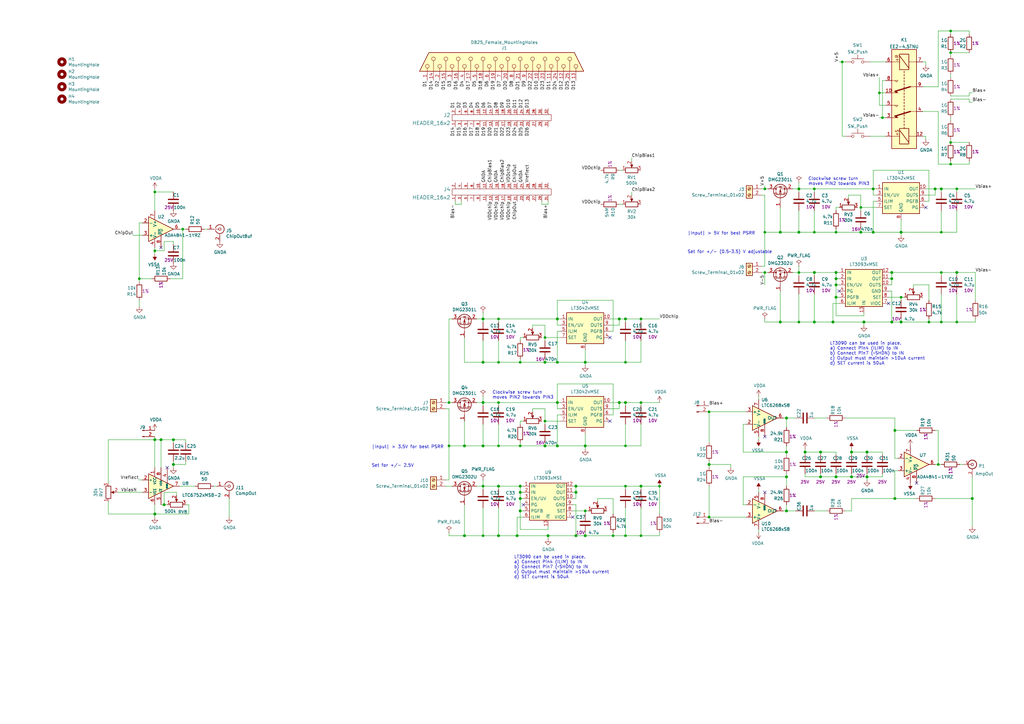
<source format=kicad_sch>
(kicad_sch (version 20220126) (generator eeschema)
  (paper "A3")
  (title_block (title "CryoCMOS Bias Receiver") (date "2022-03-10") (rev "1") (company "LBNL"))
  (junction (at 365.76 132.08) (diameter 1.016))
  (junction (at 341.63 132.08) (diameter 1.016))
  (junction (at 262.89 130.81))
  (junction (at 313.69 111.76))
  (junction (at 313.69 95.25))
  (junction (at 389.89 21.59))
  (junction (at 360.68 38.1))
  (junction (at 204.47 148.59))
  (junction (at 198.12 130.81) (diameter 1.016))
  (junction (at 63.5 180.34) (diameter 1.016))
  (junction (at 71.12 190.5) (diameter 1.016))
  (junction (at 251.46 219.71))
  (junction (at 353.06 95.25) (diameter 1.016))
  (junction (at 369.57 132.08) (diameter 1.016))
  (junction (at 223.52 138.43))
  (junction (at 213.36 204.47) (diameter 1.016))
  (junction (at 74.93 93.98))
  (junction (at 213.36 201.93) (diameter 1.016))
  (junction (at 240.03 148.59) (diameter 1.016))
  (junction (at 336.55 195.58) (diameter 1.016))
  (junction (at 320.04 95.25) (diameter 1.016))
  (junction (at 290.83 212.09))
  (junction (at 223.52 182.88) (diameter 1.016))
  (junction (at 355.6 185.42) (diameter 1.016))
  (junction (at 322.58 195.58) (diameter 1.016))
  (junction (at 342.9 121.92) (diameter 1.016))
  (junction (at 392.43 111.76) (diameter 1.016))
  (junction (at 236.22 201.93) (diameter 1.016))
  (junction (at 224.79 219.71) (diameter 1.016))
  (junction (at 204.47 165.1))
  (junction (at 349.25 185.42) (diameter 1.016))
  (junction (at 198.12 219.71))
  (junction (at 256.54 219.71))
  (junction (at 262.89 165.1))
  (junction (at 236.22 199.39) (diameter 1.016))
  (junction (at 367.03 176.53) (diameter 1.016))
  (junction (at 369.57 95.25) (diameter 1.016))
  (junction (at 204.47 130.81))
  (junction (at 386.08 95.25))
  (junction (at 240.03 219.71) (diameter 1.016))
  (junction (at 198.12 165.1) (diameter 1.016))
  (junction (at 184.15 182.88))
  (junction (at 367.03 204.47) (diameter 1.016))
  (junction (at 240.03 209.55))
  (junction (at 57.15 114.3))
  (junction (at 198.12 148.59) (diameter 1.016))
  (junction (at 354.33 132.08) (diameter 1.016))
  (junction (at 358.14 95.25) (diameter 1.016))
  (junction (at 389.89 67.31))
  (junction (at 213.36 209.55) (diameter 1.016))
  (junction (at 66.04 180.34) (diameter 1.016))
  (junction (at 386.08 111.76))
  (junction (at 254 130.81) (diameter 1.016))
  (junction (at 365.76 111.76) (diameter 1.016))
  (junction (at 190.5 182.88) (diameter 1.016))
  (junction (at 342.9 114.3) (diameter 1.016))
  (junction (at 256.54 182.88))
  (junction (at 327.66 132.08))
  (junction (at 228.6 130.81) (diameter 1.016))
  (junction (at 322.58 171.45) (diameter 1.016))
  (junction (at 204.47 199.39) (diameter 1.016))
  (junction (at 256.54 148.59))
  (junction (at 392.43 132.08))
  (junction (at 290.83 190.5) (diameter 1.016))
  (junction (at 392.43 77.47))
  (junction (at 389.89 12.7))
  (junction (at 223.52 172.72))
  (junction (at 228.6 148.59) (diameter 1.016))
  (junction (at 213.36 148.59))
  (junction (at 63.5 102.87))
  (junction (at 256.54 165.1) (diameter 1.016))
  (junction (at 313.69 77.47))
  (junction (at 63.5 210.82) (diameter 1.016))
  (junction (at 365.76 114.3) (diameter 1.016))
  (junction (at 383.54 77.47) (diameter 1.016))
  (junction (at 330.2 185.42) (diameter 1.016))
  (junction (at 327.66 95.25) (diameter 1.016))
  (junction (at 386.08 132.08))
  (junction (at 71.12 180.34) (diameter 1.016))
  (junction (at 204.47 219.71) (diameter 1.016))
  (junction (at 223.52 148.59) (diameter 1.016))
  (junction (at 334.01 111.76) (diameter 1.016))
  (junction (at 342.9 95.25))
  (junction (at 358.14 77.47) (diameter 1.016))
  (junction (at 190.5 219.71) (diameter 1.016))
  (junction (at 240.03 182.88) (diameter 1.016))
  (junction (at 63.5 78.74))
  (junction (at 384.81 190.5))
  (junction (at 334.01 132.08) (diameter 1.016))
  (junction (at 342.9 111.76) (diameter 1.016))
  (junction (at 342.9 116.84) (diameter 1.016))
  (junction (at 336.55 185.42) (diameter 1.016))
  (junction (at 270.51 199.39))
  (junction (at 334.01 95.25))
  (junction (at 334.01 77.47))
  (junction (at 198.12 199.39))
  (junction (at 204.47 182.88))
  (junction (at 67.31 207.01) (diameter 1.016))
  (junction (at 184.15 165.1))
  (junction (at 361.95 48.26))
  (junction (at 355.6 195.58) (diameter 1.016))
  (junction (at 353.06 85.09))
  (junction (at 256.54 199.39))
  (junction (at 322.58 209.55) (diameter 1.016))
  (junction (at 228.6 165.1) (diameter 1.016))
  (junction (at 349.25 195.58) (diameter 1.016))
  (junction (at 381 132.08))
  (junction (at 320.04 132.08) (diameter 1.016))
  (junction (at 254 165.1) (diameter 1.016))
  (junction (at 198.12 182.88) (diameter 1.016))
  (junction (at 228.6 182.88) (diameter 1.016))
  (junction (at 327.66 111.76))
  (junction (at 236.22 219.71) (diameter 1.016))
  (junction (at 322.58 185.42) (diameter 1.016))
  (junction (at 262.89 219.71))
  (junction (at 212.09 219.71) (diameter 1.016))
  (junction (at 327.66 77.47) (diameter 1.016))
  (junction (at 386.08 77.47) (diameter 1.016))
  (junction (at 256.54 130.81) (diameter 1.016))
  (junction (at 398.78 204.47) (diameter 1.016))
  (junction (at 262.89 199.39) (diameter 1.016))
  (junction (at 345.44 25.4))
  (junction (at 213.36 182.88))
  (junction (at 342.9 195.58) (diameter 1.016))
  (junction (at 213.36 199.39) (diameter 1.016))
  (junction (at 369.57 121.92))
  (junction (at 290.83 168.91))
  (junction (at 389.89 58.42))
  (no_connect (at 234.95 212.09))
  (no_connect (at 250.19 172.72))
  (no_connect (at 68.58 191.77))
  (no_connect (at 250.19 138.43))
  (no_connect (at 344.17 119.38))
  (no_connect (at 313.69 201.93))
  (no_connect (at 364.49 124.46))
  (no_connect (at 214.63 207.01))
  (no_connect (at 66.04 101.6))
  (no_connect (at 379.73 85.09))
  (no_connect (at 313.69 179.07))
  (no_connect (at 375.92 198.12))
  (wire (pts (xy 384.81 12.7) (xy 389.89 12.7)))
  (wire (pts (xy 378.46 45.72) (xy 384.81 45.72)))
  (wire (pts (xy 87.63 199.39) (xy 88.9 199.39)))
  (wire (pts (xy 311.15 200.66) (xy 311.15 201.93)))
  (wire (pts (xy 313.69 95.25) (xy 320.04 95.25)))
  (wire (pts (xy 218.44 133.35) (xy 223.52 133.35)))
  (wire (pts (xy 213.36 204.47) (xy 214.63 204.47)))
  (wire (pts (xy 77.47 210.82) (xy 63.5 210.82)))
  (wire (pts (xy 342.9 111.76) (xy 334.01 111.76)))
  (wire (pts (xy 392.43 120.65) (xy 392.43 132.08)))
  (wire (pts (xy 322.58 171.45) (xy 326.39 171.45)))
  (wire (pts (xy 356.87 25.4) (xy 363.22 25.4)))
  (wire (pts (xy 367.03 176.53) (xy 367.03 187.96)))
  (wire (pts (xy 198.12 199.39) (xy 204.47 199.39)))
  (wire (pts (xy 63.5 207.01) (xy 63.5 210.82)))
  (wire (pts (xy 379.73 82.55) (xy 381 82.55)))
  (wire (pts (xy 67.31 207.01) (xy 68.58 207.01)))
  (wire (pts (xy 363.22 38.1) (xy 360.68 38.1)))
  (wire (pts (xy 364.49 116.84) (xy 365.76 116.84)))
  (wire (pts (xy 334.01 111.76) (xy 334.01 113.03)))
  (wire (pts (xy 383.54 77.47) (xy 383.54 80.01)))
  (wire (pts (xy 311.15 162.56) (xy 311.15 163.83)))
  (wire (pts (xy 345.44 25.4) (xy 346.71 25.4)))
  (wire (pts (xy 349.25 184.15) (xy 349.25 185.42)))
  (wire (pts (xy 359.41 80.01) (xy 358.14 80.01)))
  (wire (pts (xy 44.45 210.82) (xy 63.5 210.82)))
  (wire (pts (xy 322.58 185.42) (xy 304.8 185.42)))
  (wire (pts (xy 342.9 195.58) (xy 349.25 195.58)))
  (wire (pts (xy 224.79 217.17) (xy 213.36 217.17)))
  (wire (pts (xy 383.54 204.47) (xy 398.78 204.47)))
  (wire (pts (xy 223.52 172.72) (xy 223.52 173.99)))
  (wire (pts (xy 290.83 190.5) (xy 299.72 190.5)))
  (wire (pts (xy 259.08 64.77) (xy 259.08 66.04)))
  (wire (pts (xy 304.8 207.01) (xy 306.07 207.01)))
  (wire (pts (xy 290.83 189.23) (xy 290.83 190.5)))
  (wire (pts (xy 213.36 148.59) (xy 223.52 148.59)))
  (wire (pts (xy 320.04 119.38) (xy 320.04 132.08)))
  (wire (pts (xy 355.6 195.58) (xy 361.95 195.58)))
  (wire (pts (xy 236.22 219.71) (xy 240.03 219.71)))
  (wire (pts (xy 355.6 195.58) (xy 355.6 196.85)))
  (wire (pts (xy 228.6 165.1) (xy 228.6 167.64)))
  (wire (pts (xy 73.66 93.98) (xy 74.93 93.98)))
  (wire (pts (xy 389.89 12.7) (xy 389.89 13.97)))
  (wire (pts (xy 398.78 195.58) (xy 398.78 204.47)))
  (wire (pts (xy 322.58 209.55) (xy 326.39 209.55)))
  (wire (pts (xy 222.25 82.55) (xy 222.25 83.82)))
  (wire (pts (xy 66.04 180.34) (xy 66.04 191.77)))
  (wire (pts (xy 262.89 139.7) (xy 262.89 148.59)))
  (wire (pts (xy 365.76 111.76) (xy 386.08 111.76)))
  (wire (pts (xy 397.51 40.64) (xy 397.51 41.91)))
  (wire (pts (xy 392.43 111.76) (xy 392.43 113.03)))
  (wire (pts (xy 229.87 170.18) (xy 228.6 170.18)))
  (wire (pts (xy 313.69 130.81) (xy 313.69 132.08)))
  (wire (pts (xy 330.2 194.31) (xy 330.2 195.58)))
  (wire (pts (xy 358.14 77.47) (xy 359.41 77.47)))
  (wire (pts (xy 256.54 139.7) (xy 256.54 148.59)))
  (wire (pts (xy 341.63 132.08) (xy 341.63 124.46)))
  (wire (pts (xy 262.89 173.99) (xy 262.89 182.88)))
  (wire (pts (xy 240.03 209.55) (xy 240.03 210.82)))
  (wire (pts (xy 57.15 114.3) (xy 62.23 114.3)))
  (wire (pts (xy 313.69 77.47) (xy 314.96 77.47)))
  (wire (pts (xy 386.08 77.47) (xy 386.08 78.74)))
  (wire (pts (xy 240.03 209.55) (xy 241.3 209.55)))
  (wire (pts (xy 256.54 130.81) (xy 262.89 130.81)))
  (wire (pts (xy 256.54 165.1) (xy 262.89 165.1)))
  (wire (pts (xy 312.42 111.76) (xy 313.69 111.76)))
  (wire (pts (xy 229.87 133.35) (xy 228.6 133.35)))
  (wire (pts (xy 213.36 199.39) (xy 213.36 201.93)))
  (wire (pts (xy 223.52 181.61) (xy 223.52 182.88)))
  (wire (pts (xy 229.87 138.43) (xy 223.52 138.43)))
  (wire (pts (xy 389.89 39.37) (xy 397.51 39.37)))
  (wire (pts (xy 204.47 165.1) (xy 228.6 165.1)))
  (wire (pts (xy 63.5 179.07) (xy 63.5 180.34)))
  (wire (pts (xy 304.8 173.99) (xy 306.07 173.99)))
  (wire (pts (xy 381 82.55) (xy 381 69.85)))
  (wire (pts (xy 254 83.82) (xy 255.27 83.82)))
  (wire (pts (xy 204.47 130.81) (xy 228.6 130.81)))
  (wire (pts (xy 270.51 199.39) (xy 270.51 210.82)))
  (wire (pts (xy 228.6 165.1) (xy 229.87 165.1)))
  (wire (pts (xy 213.36 173.99) (xy 213.36 172.72)))
  (wire (pts (xy 184.15 182.88) (xy 190.5 182.88)))
  (wire (pts (xy 397.51 41.91) (xy 398.78 41.91)))
  (wire (pts (xy 256.54 130.81) (xy 256.54 132.08)))
  (wire (pts (xy 240.03 143.51) (xy 240.03 148.59)))
  (wire (pts (xy 218.44 168.91) (xy 218.44 167.64)))
  (wire (pts (xy 389.89 67.31) (xy 397.51 67.31)))
  (wire (pts (xy 63.5 191.77) (xy 63.5 180.34)))
  (wire (pts (xy 44.45 180.34) (xy 63.5 180.34)))
  (wire (pts (xy 74.93 93.98) (xy 74.93 114.3)))
  (wire (pts (xy 250.19 170.18) (xy 251.46 170.18)))
  (wire (pts (xy 256.54 182.88) (xy 262.89 182.88)))
  (wire (pts (xy 224.79 82.55) (xy 224.79 83.82)))
  (wire (pts (xy 347.98 80.01) (xy 353.06 80.01)))
  (wire (pts (xy 313.69 132.08) (xy 320.04 132.08)))
  (wire (pts (xy 392.43 86.36) (xy 392.43 95.25)))
  (wire (pts (xy 256.54 148.59) (xy 262.89 148.59)))
  (wire (pts (xy 182.88 165.1) (xy 184.15 165.1)))
  (wire (pts (xy 228.6 157.48) (xy 251.46 157.48)))
  (wire (pts (xy 228.6 148.59) (xy 223.52 148.59)))
  (wire (pts (xy 360.68 48.26) (xy 361.95 48.26)))
  (wire (pts (xy 334.01 77.47) (xy 334.01 78.74)))
  (wire (pts (xy 57.15 91.44) (xy 58.42 91.44)))
  (wire (pts (xy 330.2 185.42) (xy 330.2 186.69)))
  (wire (pts (xy 63.5 78.74) (xy 71.12 78.74)))
  (wire (pts (xy 290.83 190.5) (xy 290.83 191.77)))
  (wire (pts (xy 367.03 204.47) (xy 375.92 204.47)))
  (wire (pts (xy 198.12 132.08) (xy 198.12 130.81)))
  (wire (pts (xy 336.55 185.42) (xy 342.9 185.42)))
  (wire (pts (xy 63.5 101.6) (xy 63.5 102.87)))
  (wire (pts (xy 234.95 199.39) (xy 236.22 199.39)))
  (wire (pts (xy 313.69 76.2) (xy 313.69 77.47)))
  (wire (pts (xy 213.36 138.43) (xy 214.63 138.43)))
  (wire (pts (xy 365.76 132.08) (xy 354.33 132.08)))
  (wire (pts (xy 383.54 190.5) (xy 384.81 190.5)))
  (wire (pts (xy 389.89 40.64) (xy 397.51 40.64)))
  (wire (pts (xy 66.04 180.34) (xy 71.12 180.34)))
  (wire (pts (xy 63.5 77.47) (xy 63.5 78.74)))
  (wire (pts (xy 342.9 121.92) (xy 342.9 129.54)))
  (wire (pts (xy 213.36 209.55) (xy 214.63 209.55)))
  (wire (pts (xy 386.08 132.08) (xy 392.43 132.08)))
  (wire (pts (xy 334.01 95.25) (xy 327.66 95.25)))
  (wire (pts (xy 63.5 102.87) (xy 63.5 104.14)))
  (wire (pts (xy 359.41 85.09) (xy 353.06 85.09)))
  (wire (pts (xy 182.88 167.64) (xy 184.15 167.64)))
  (wire (pts (xy 71.12 180.34) (xy 71.12 181.61)))
  (wire (pts (xy 389.89 48.26) (xy 389.89 49.53)))
  (wire (pts (xy 236.22 201.93) (xy 236.22 204.47)))
  (wire (pts (xy 347.98 81.28) (xy 347.98 80.01)))
  (wire (pts (xy 63.5 102.87) (xy 67.31 102.87)))
  (wire (pts (xy 229.87 135.89) (xy 228.6 135.89)))
  (wire (pts (xy 397.51 38.1) (xy 398.78 38.1)))
  (wire (pts (xy 361.95 48.26) (xy 363.22 48.26)))
  (wire (pts (xy 389.89 12.7) (xy 397.51 12.7)))
  (wire (pts (xy 184.15 218.44) (xy 184.15 219.71)))
  (wire (pts (xy 198.12 208.28) (xy 198.12 219.71)))
  (wire (pts (xy 240.03 182.88) (xy 256.54 182.88)))
  (wire (pts (xy 313.69 80.01) (xy 313.69 95.25)))
  (wire (pts (xy 354.33 132.08) (xy 341.63 132.08)))
  (wire (pts (xy 389.89 21.59) (xy 397.51 21.59)))
  (wire (pts (xy 262.89 199.39) (xy 262.89 200.66)))
  (wire (pts (xy 392.43 77.47) (xy 392.43 78.74)))
  (wire (pts (xy 223.52 138.43) (xy 223.52 139.7)))
  (wire (pts (xy 342.9 114.3) (xy 342.9 116.84)))
  (wire (pts (xy 198.12 166.37) (xy 198.12 165.1)))
  (wire (pts (xy 63.5 180.34) (xy 66.04 180.34)))
  (wire (pts (xy 367.03 187.96) (xy 368.3 187.96)))
  (wire (pts (xy 198.12 219.71) (xy 204.47 219.71)))
  (wire (pts (xy 369.57 132.08) (xy 381 132.08)))
  (wire (pts (xy 57.15 91.44) (xy 57.15 114.3)))
  (wire (pts (xy 386.08 95.25) (xy 392.43 95.25)))
  (wire (pts (xy 228.6 123.19) (xy 228.6 130.81)))
  (wire (pts (xy 358.14 69.85) (xy 381 69.85)))
  (wire (pts (xy 240.03 148.59) (xy 256.54 148.59)))
  (wire (pts (xy 400.05 111.76) (xy 400.05 123.19)))
  (wire (pts (xy 353.06 93.98) (xy 353.06 95.25)))
  (wire (pts (xy 214.63 201.93) (xy 213.36 201.93)))
  (wire (pts (xy 236.22 199.39) (xy 256.54 199.39)))
  (wire (pts (xy 223.52 133.35) (xy 223.52 138.43)))
  (wire (pts (xy 213.36 182.88) (xy 223.52 182.88)))
  (wire (pts (xy 83.82 93.98) (xy 85.09 93.98)))
  (wire (pts (xy 354.33 128.27) (xy 354.33 129.54)))
  (wire (pts (xy 234.95 201.93) (xy 236.22 201.93)))
  (wire (pts (xy 195.58 199.39) (xy 198.12 199.39)))
  (wire (pts (xy 378.46 55.88) (xy 379.73 55.88)))
  (wire (pts (xy 320.04 95.25) (xy 327.66 95.25)))
  (wire (pts (xy 250.19 133.35) (xy 254 133.35)))
  (wire (pts (xy 204.47 148.59) (xy 213.36 148.59)))
  (wire (pts (xy 228.6 157.48) (xy 228.6 165.1)))
  (wire (pts (xy 384.81 67.31) (xy 389.89 67.31)))
  (wire (pts (xy 204.47 199.39) (xy 204.47 200.66)))
  (wire (pts (xy 392.43 132.08) (xy 400.05 132.08)))
  (wire (pts (xy 325.12 111.76) (xy 327.66 111.76)))
  (wire (pts (xy 327.66 109.22) (xy 327.66 111.76)))
  (wire (pts (xy 378.46 35.56) (xy 384.81 35.56)))
  (wire (pts (xy 76.2 207.01) (xy 77.47 207.01)))
  (wire (pts (xy 321.31 171.45) (xy 322.58 171.45)))
  (wire (pts (xy 367.03 176.53) (xy 375.92 176.53)))
  (wire (pts (xy 320.04 85.09) (xy 320.04 95.25)))
  (wire (pts (xy 358.14 95.25) (xy 353.06 95.25)))
  (wire (pts (xy 313.69 111.76) (xy 314.96 111.76)))
  (wire (pts (xy 397.51 66.04) (xy 397.51 67.31)))
  (wire (pts (xy 262.89 199.39) (xy 270.51 199.39)))
  (wire (pts (xy 386.08 111.76) (xy 386.08 113.03)))
  (wire (pts (xy 393.7 190.5) (xy 394.97 190.5)))
  (wire (pts (xy 346.71 171.45) (xy 367.03 171.45)))
  (wire (pts (xy 190.5 148.59) (xy 198.12 148.59)))
  (wire (pts (xy 74.93 93.98) (xy 76.2 93.98)))
  (wire (pts (xy 367.03 204.47) (xy 367.03 193.04)))
  (wire (pts (xy 262.89 130.81) (xy 262.89 132.08)))
  (wire (pts (xy 349.25 185.42) (xy 349.25 186.69)))
  (wire (pts (xy 63.5 78.74) (xy 63.5 86.36)))
  (wire (pts (xy 311.15 217.17) (xy 311.15 218.44)))
  (wire (pts (xy 334.01 132.08) (xy 341.63 132.08)))
  (wire (pts (xy 364.49 121.92) (xy 369.57 121.92)))
  (wire (pts (xy 299.72 190.5) (xy 299.72 191.77)))
  (wire (pts (xy 397.51 39.37) (xy 397.51 38.1)))
  (wire (pts (xy 334.01 209.55) (xy 339.09 209.55)))
  (wire (pts (xy 344.17 25.4) (xy 345.44 25.4)))
  (wire (pts (xy 250.19 167.64) (xy 254 167.64)))
  (wire (pts (xy 384.81 35.56) (xy 384.81 12.7)))
  (wire (pts (xy 389.89 57.15) (xy 389.89 58.42)))
  (wire (pts (xy 355.6 185.42) (xy 361.95 185.42)))
  (wire (pts (xy 213.36 147.32) (xy 213.36 148.59)))
  (wire (pts (xy 354.33 132.08) (xy 354.33 133.35)))
  (wire (pts (xy 213.36 204.47) (xy 213.36 209.55)))
  (wire (pts (xy 365.76 114.3) (xy 365.76 116.84)))
  (wire (pts (xy 204.47 165.1) (xy 204.47 166.37)))
  (wire (pts (xy 369.57 121.92) (xy 370.84 121.92)))
  (wire (pts (xy 190.5 207.01) (xy 190.5 219.71)))
  (wire (pts (xy 379.73 77.47) (xy 383.54 77.47)))
  (wire (pts (xy 190.5 219.71) (xy 198.12 219.71)))
  (wire (pts (xy 327.66 111.76) (xy 334.01 111.76)))
  (wire (pts (xy 304.8 195.58) (xy 304.8 207.01)))
  (wire (pts (xy 262.89 165.1) (xy 270.51 165.1)))
  (wire (pts (xy 322.58 207.01) (xy 322.58 209.55)))
  (wire (pts (xy 327.66 132.08) (xy 334.01 132.08)))
  (wire (pts (xy 262.89 130.81) (xy 270.51 130.81)))
  (wire (pts (xy 250.19 135.89) (xy 251.46 135.89)))
  (wire (pts (xy 77.47 207.01) (xy 77.47 210.82)))
  (wire (pts (xy 190.5 172.72) (xy 190.5 182.88)))
  (wire (pts (xy 184.15 167.64) (xy 184.15 182.88)))
  (wire (pts (xy 198.12 128.27) (xy 198.12 130.81)))
  (wire (pts (xy 313.69 111.76) (xy 313.69 116.84)))
  (wire (pts (xy 312.42 77.47) (xy 313.69 77.47)))
  (wire (pts (xy 224.79 219.71) (xy 212.09 219.71)))
  (wire (pts (xy 270.51 218.44) (xy 270.51 219.71)))
  (wire (pts (xy 369.57 95.25) (xy 369.57 96.52)))
  (wire (pts (xy 251.46 219.71) (xy 256.54 219.71)))
  (wire (pts (xy 384.81 45.72) (xy 384.81 67.31)))
  (wire (pts (xy 358.14 82.55) (xy 358.14 95.25)))
  (wire (pts (xy 240.03 148.59) (xy 240.03 149.86)))
  (wire (pts (xy 69.85 114.3) (xy 74.93 114.3)))
  (wire (pts (xy 259.08 78.74) (xy 259.08 80.01)))
  (wire (pts (xy 229.87 167.64) (xy 228.6 167.64)))
  (wire (pts (xy 342.9 86.36) (xy 342.9 85.09)))
  (wire (pts (xy 386.08 111.76) (xy 392.43 111.76)))
  (wire (pts (xy 228.6 182.88) (xy 223.52 182.88)))
  (wire (pts (xy 234.95 204.47) (xy 236.22 204.47)))
  (wire (pts (xy 389.89 30.48) (xy 389.89 31.75)))
  (wire (pts (xy 322.58 199.39) (xy 322.58 195.58)))
  (wire (pts (xy 389.89 21.59) (xy 389.89 22.86)))
  (wire (pts (xy 198.12 199.39) (xy 198.12 200.66)))
  (wire (pts (xy 76.2 189.23) (xy 76.2 190.5)))
  (wire (pts (xy 349.25 195.58) (xy 355.6 195.58)))
  (wire (pts (xy 213.36 181.61) (xy 213.36 182.88)))
  (wire (pts (xy 369.57 90.17) (xy 369.57 95.25)))
  (wire (pts (xy 73.66 199.39) (xy 80.01 199.39)))
  (wire (pts (xy 204.47 130.81) (xy 204.47 132.08)))
  (wire (pts (xy 71.12 99.06) (xy 67.31 99.06)))
  (wire (pts (xy 342.9 116.84) (xy 344.17 116.84)))
  (wire (pts (xy 360.68 38.1) (xy 360.68 43.18)))
  (wire (pts (xy 254 165.1) (xy 256.54 165.1)))
  (wire (pts (xy 304.8 185.42) (xy 304.8 173.99)))
  (wire (pts (xy 327.66 95.25) (xy 327.66 86.36)))
  (wire (pts (xy 392.43 77.47) (xy 400.05 77.47)))
  (wire (pts (xy 48.26 201.93) (xy 58.42 201.93)))
  (wire (pts (xy 57.15 123.19) (xy 57.15 125.73)))
  (wire (pts (xy 184.15 130.81) (xy 184.15 165.1)))
  (wire (pts (xy 56.896 196.85) (xy 58.42 196.85)))
  (wire (pts (xy 245.11 205.74) (xy 245.11 204.47)))
  (wire (pts (xy 313.69 95.25) (xy 313.69 109.22)))
  (wire (pts (xy 378.46 25.4) (xy 379.73 25.4)))
  (wire (pts (xy 383.54 77.47) (xy 386.08 77.47)))
  (wire (pts (xy 334.01 95.25) (xy 342.9 95.25)))
  (wire (pts (xy 222.25 83.82) (xy 224.79 83.82)))
  (wire (pts (xy 76.2 180.34) (xy 76.2 181.61)))
  (wire (pts (xy 327.66 78.74) (xy 327.66 77.47)))
  (wire (pts (xy 306.07 168.91) (xy 290.83 168.91)))
  (wire (pts (xy 354.33 129.54) (xy 342.9 129.54)))
  (wire (pts (xy 204.47 148.59) (xy 198.12 148.59)))
  (wire (pts (xy 322.58 195.58) (xy 304.8 195.58)))
  (wire (pts (xy 379.73 55.88) (xy 379.73 57.15)))
  (wire (pts (xy 204.47 208.28) (xy 204.47 219.71)))
  (wire (pts (xy 389.89 58.42) (xy 397.51 58.42)))
  (wire (pts (xy 256.54 208.28) (xy 256.54 219.71)))
  (wire (pts (xy 381 116.84) (xy 381 123.19)))
  (wire (pts (xy 44.45 205.74) (xy 44.45 210.82)))
  (wire (pts (xy 228.6 135.89) (xy 228.6 148.59)))
  (wire (pts (xy 198.12 196.85) (xy 198.12 199.39)))
  (wire (pts (xy 245.11 204.47) (xy 251.46 204.47)))
  (wire (pts (xy 379.73 25.4) (xy 379.73 26.67)))
  (wire (pts (xy 71.12 189.23) (xy 71.12 190.5)))
  (wire (pts (xy 381 130.81) (xy 381 132.08)))
  (wire (pts (xy 398.78 204.47) (xy 398.78 215.9)))
  (wire (pts (xy 198.12 162.56) (xy 198.12 165.1)))
  (wire (pts (xy 359.41 82.55) (xy 358.14 82.55)))
  (wire (pts (xy 240.03 182.88) (xy 228.6 182.88)))
  (wire (pts (xy 71.12 190.5) (xy 71.12 191.77)))
  (wire (pts (xy 336.55 195.58) (xy 342.9 195.58)))
  (wire (pts (xy 228.6 123.19) (xy 251.46 123.19)))
  (wire (pts (xy 204.47 182.88) (xy 213.36 182.88)))
  (wire (pts (xy 290.83 199.39) (xy 290.83 212.09)))
  (wire (pts (xy 369.57 121.92) (xy 369.57 123.19)))
  (wire (pts (xy 381 132.08) (xy 386.08 132.08)))
  (wire (pts (xy 386.08 86.36) (xy 386.08 95.25)))
  (wire (pts (xy 234.95 209.55) (xy 240.03 209.55)))
  (wire (pts (xy 369.57 130.81) (xy 369.57 132.08)))
  (wire (pts (xy 251.46 204.47) (xy 251.46 210.82)))
  (wire (pts (xy 349.25 209.55) (xy 349.25 204.47)))
  (wire (pts (xy 189.23 82.55) (xy 189.23 83.82)))
  (wire (pts (xy 212.09 212.09) (xy 214.63 212.09)))
  (wire (pts (xy 374.65 118.11) (xy 374.65 116.84)))
  (wire (pts (xy 67.31 99.06) (xy 67.31 102.87)))
  (wire (pts (xy 322.58 185.42) (xy 322.58 186.69)))
  (wire (pts (xy 334.01 86.36) (xy 334.01 95.25)))
  (wire (pts (xy 330.2 185.42) (xy 336.55 185.42)))
  (wire (pts (xy 334.01 120.65) (xy 334.01 132.08)))
  (wire (pts (xy 254 165.1) (xy 254 167.64)))
  (wire (pts (xy 198.12 182.88) (xy 198.12 173.99)))
  (wire (pts (xy 240.03 182.88) (xy 240.03 184.15)))
  (wire (pts (xy 355.6 194.31) (xy 355.6 195.58)))
  (wire (pts (xy 353.06 80.01) (xy 353.06 85.09)))
  (wire (pts (xy 327.66 77.47) (xy 334.01 77.47)))
  (wire (pts (xy 256.54 165.1) (xy 256.54 166.37)))
  (wire (pts (xy 336.55 194.31) (xy 336.55 195.58)))
  (wire (pts (xy 400.05 130.81) (xy 400.05 132.08)))
  (wire (pts (xy 256.54 199.39) (xy 256.54 200.66)))
  (wire (pts (xy 236.22 219.71) (xy 224.79 219.71)))
  (wire (pts (xy 213.36 209.55) (xy 213.36 217.17)))
  (wire (pts (xy 344.17 114.3) (xy 342.9 114.3)))
  (wire (pts (xy 190.5 138.43) (xy 190.5 148.59)))
  (wire (pts (xy 250.19 130.81) (xy 254 130.81)))
  (wire (pts (xy 213.36 172.72) (xy 214.63 172.72)))
  (wire (pts (xy 71.12 100.33) (xy 71.12 99.06)))
  (wire (pts (xy 72.39 201.93) (xy 67.31 201.93)))
  (wire (pts (xy 383.54 176.53) (xy 384.81 176.53)))
  (wire (pts (xy 234.95 207.01) (xy 236.22 207.01)))
  (wire (pts (xy 334.01 77.47) (xy 358.14 77.47)))
  (wire (pts (xy 374.65 116.84) (xy 381 116.84)))
  (wire (pts (xy 204.47 173.99) (xy 204.47 182.88)))
  (wire (pts (xy 325.12 77.47) (xy 327.66 77.47)))
  (wire (pts (xy 213.36 139.7) (xy 213.36 138.43)))
  (wire (pts (xy 367.03 171.45) (xy 367.03 176.53)))
  (wire (pts (xy 365.76 111.76) (xy 365.76 114.3)))
  (wire (pts (xy 184.15 219.71) (xy 190.5 219.71)))
  (wire (pts (xy 349.25 185.42) (xy 355.6 185.42)))
  (wire (pts (xy 256.54 199.39) (xy 262.89 199.39)))
  (wire (pts (xy 322.58 182.88) (xy 322.58 185.42)))
  (wire (pts (xy 364.49 114.3) (xy 365.76 114.3)))
  (wire (pts (xy 353.06 85.09) (xy 353.06 86.36)))
  (wire (pts (xy 240.03 148.59) (xy 228.6 148.59)))
  (wire (pts (xy 204.47 219.71) (xy 212.09 219.71)))
  (wire (pts (xy 254 130.81) (xy 256.54 130.81)))
  (wire (pts (xy 184.15 165.1) (xy 185.42 165.1)))
  (wire (pts (xy 330.2 184.15) (xy 330.2 185.42)))
  (wire (pts (xy 363.22 33.02) (xy 361.95 33.02)))
  (wire (pts (xy 342.9 121.92) (xy 344.17 121.92)))
  (wire (pts (xy 229.87 172.72) (xy 223.52 172.72)))
  (wire (pts (xy 254 130.81) (xy 254 133.35)))
  (wire (pts (xy 290.83 168.91) (xy 290.83 181.61)))
  (wire (pts (xy 360.68 31.75) (xy 360.68 38.1)))
  (wire (pts (xy 72.39 203.2) (xy 72.39 201.93)))
  (wire (pts (xy 363.22 43.18) (xy 360.68 43.18)))
  (wire (pts (xy 349.25 204.47) (xy 367.03 204.47)))
  (wire (pts (xy 66.04 207.01) (xy 67.31 207.01)))
  (wire (pts (xy 344.17 111.76) (xy 342.9 111.76)))
  (wire (pts (xy 251.46 170.18) (xy 251.46 157.48)))
  (wire (pts (xy 327.66 120.65) (xy 327.66 132.08)))
  (wire (pts (xy 330.2 195.58) (xy 336.55 195.58)))
  (wire (pts (xy 76.2 190.5) (xy 71.12 190.5)))
  (wire (pts (xy 254 69.85) (xy 255.27 69.85)))
  (wire (pts (xy 214.63 199.39) (xy 213.36 199.39)))
  (wire (pts (xy 379.73 80.01) (xy 383.54 80.01)))
  (wire (pts (xy 44.45 198.12) (xy 44.45 180.34)))
  (wire (pts (xy 184.15 182.88) (xy 184.15 196.85)))
  (wire (pts (xy 345.44 25.4) (xy 345.44 55.88)))
  (wire (pts (xy 342.9 85.09) (xy 344.17 85.09)))
  (wire (pts (xy 361.95 194.31) (xy 361.95 195.58)))
  (wire (pts (xy 256.54 219.71) (xy 262.89 219.71)))
  (wire (pts (xy 384.81 190.5) (xy 386.08 190.5)))
  (wire (pts (xy 358.14 69.85) (xy 358.14 77.47)))
  (wire (pts (xy 223.52 167.64) (xy 223.52 172.72)))
  (wire (pts (xy 365.76 132.08) (xy 369.57 132.08)))
  (wire (pts (xy 361.95 185.42) (xy 361.95 186.69)))
  (wire (pts (xy 369.57 95.25) (xy 386.08 95.25)))
  (wire (pts (xy 320.04 132.08) (xy 327.66 132.08)))
  (wire (pts (xy 218.44 167.64) (xy 223.52 167.64)))
  (wire (pts (xy 321.31 209.55) (xy 322.58 209.55)))
  (wire (pts (xy 312.42 109.22) (xy 313.69 109.22)))
  (wire (pts (xy 336.55 185.42) (xy 336.55 186.69)))
  (wire (pts (xy 342.9 194.31) (xy 342.9 195.58)))
  (wire (pts (xy 349.25 194.31) (xy 349.25 195.58)))
  (wire (pts (xy 198.12 165.1) (xy 204.47 165.1)))
  (wire (pts (xy 224.79 219.71) (xy 224.79 220.98)))
  (wire (pts (xy 361.95 33.02) (xy 361.95 48.26)))
  (wire (pts (xy 342.9 185.42) (xy 342.9 186.69)))
  (wire (pts (xy 392.43 111.76) (xy 400.05 111.76)))
  (wire (pts (xy 384.81 176.53) (xy 384.81 190.5)))
  (wire (pts (xy 250.19 165.1) (xy 254 165.1)))
  (wire (pts (xy 341.63 124.46) (xy 344.17 124.46)))
  (wire (pts (xy 182.88 199.39) (xy 185.42 199.39)))
  (wire (pts (xy 195.58 165.1) (xy 198.12 165.1)))
  (wire (pts (xy 198.12 130.81) (xy 204.47 130.81)))
  (wire (pts (xy 322.58 194.31) (xy 322.58 195.58)))
  (wire (pts (xy 342.9 111.76) (xy 342.9 114.3)))
  (wire (pts (xy 364.49 111.76) (xy 365.76 111.76)))
  (wire (pts (xy 228.6 130.81) (xy 228.6 133.35)))
  (wire (pts (xy 342.9 95.25) (xy 353.06 95.25)))
  (wire (pts (xy 386.08 120.65) (xy 386.08 132.08)))
  (wire (pts (xy 240.03 219.71) (xy 251.46 219.71)))
  (wire (pts (xy 224.79 215.9) (xy 224.79 217.17)))
  (wire (pts (xy 212.09 219.71) (xy 212.09 212.09)))
  (wire (pts (xy 369.57 95.25) (xy 358.14 95.25)))
  (wire (pts (xy 367.03 193.04) (xy 368.3 193.04)))
  (wire (pts (xy 356.87 55.88) (xy 363.22 55.88)))
  (wire (pts (xy 198.12 148.59) (xy 198.12 139.7)))
  (wire (pts (xy 204.47 182.88) (xy 198.12 182.88)))
  (wire (pts (xy 262.89 219.71) (xy 270.51 219.71)))
  (wire (pts (xy 57.15 114.3) (xy 57.15 115.57)))
  (wire (pts (xy 346.71 209.55) (xy 349.25 209.55)))
  (wire (pts (xy 236.22 199.39) (xy 236.22 201.93)))
  (wire (pts (xy 213.36 199.39) (xy 204.47 199.39)))
  (wire (pts (xy 364.49 119.38) (xy 365.76 119.38)))
  (wire (pts (xy 228.6 130.81) (xy 229.87 130.81)))
  (wire (pts (xy 327.66 74.93) (xy 327.66 77.47)))
  (wire (pts (xy 186.69 82.55) (xy 186.69 83.82)))
  (wire (pts (xy 342.9 93.98) (xy 342.9 95.25)))
  (wire (pts (xy 256.54 173.99) (xy 256.54 182.88)))
  (wire (pts (xy 365.76 119.38) (xy 365.76 132.08)))
  (wire (pts (xy 186.69 83.82) (xy 189.23 83.82)))
  (wire (pts (xy 71.12 180.34) (xy 76.2 180.34)))
  (wire (pts (xy 182.88 196.85) (xy 184.15 196.85)))
  (wire (pts (xy 195.58 130.81) (xy 198.12 130.81)))
  (wire (pts (xy 311.15 179.07) (xy 311.15 180.34)))
  (wire (pts (xy 334.01 171.45) (xy 339.09 171.45)))
  (wire (pts (xy 223.52 147.32) (xy 223.52 148.59)))
  (wire (pts (xy 185.42 130.81) (xy 184.15 130.81)))
  (wire (pts (xy 190.5 182.88) (xy 198.12 182.88)))
  (wire (pts (xy 93.98 204.47) (xy 93.98 212.09)))
  (wire (pts (xy 67.31 201.93) (xy 67.31 207.01)))
  (wire (pts (xy 218.44 134.62) (xy 218.44 133.35)))
  (wire (pts (xy 262.89 208.28) (xy 262.89 219.71)))
  (wire (pts (xy 397.51 12.7) (xy 397.51 13.97)))
  (wire (pts (xy 358.14 77.47) (xy 358.14 80.01)))
  (wire (pts (xy 290.83 212.09) (xy 306.07 212.09)))
  (wire (pts (xy 322.58 171.45) (xy 322.58 175.26)))
  (wire (pts (xy 386.08 77.47) (xy 392.43 77.47)))
  (wire (pts (xy 63.5 210.82) (xy 63.5 212.09)))
  (wire (pts (xy 204.47 139.7) (xy 204.47 148.59)))
  (wire (pts (xy 213.36 201.93) (xy 213.36 204.47)))
  (wire (pts (xy 342.9 116.84) (xy 342.9 121.92)))
  (wire (pts (xy 240.03 218.44) (xy 240.03 219.71)))
  (wire (pts (xy 262.89 165.1) (xy 262.89 166.37)))
  (wire (pts (xy 236.22 207.01) (xy 236.22 219.71)))
  (wire (pts (xy 389.89 66.04) (xy 389.89 67.31)))
  (wire (pts (xy 251.46 135.89) (xy 251.46 123.19)))
  (wire (pts (xy 240.03 177.8) (xy 240.03 182.88)))
  (wire (pts (xy 251.46 218.44) (xy 251.46 219.71)))
  (wire (pts (xy 54.61 96.52) (xy 58.42 96.52)))
  (wire (pts (xy 346.71 55.88) (xy 345.44 55.88)))
  (wire (pts (xy 327.66 111.76) (xy 327.66 113.03)))
  (wire (pts (xy 355.6 185.42) (xy 355.6 186.69)))
  (wire (pts (xy 228.6 170.18) (xy 228.6 182.88)))
  (wire (pts (xy 312.42 80.01) (xy 313.69 80.01)))
  (text "Clockwise screw turn\nmoves PIN2 towards PIN3" (at 201.93 163.83 0) (effects (font (size 1.27 1.27)) (justify left bottom)))
  (text "Clockwise screw turn\nmoves PIN2 towards PIN3" (at 331.47 76.2 0) (effects (font (size 1.27 1.27)) (justify left bottom)))
  (text "LT3090 can be used in place.\na) Connect Pin4 (ILIM) to IN\nb) Connect Pin7 (~SHDN) to IN\nc) Output must maintain >10uA current\nd) SET current is 50uA" (at 340.36 149.86 0) (effects (font (size 1.27 1.27)) (justify left bottom)))
  (text "|Input| > 5V for best PSRR" (at 281.94 96.52 0) (effects (font (size 1.27 1.27)) (justify left bottom)))
  (text "Set for +/- (0.5~3.5) V adjustable" (at 281.94 104.14 0) (effects (font (size 1.27 1.27)) (justify left bottom)))
  (text "|Input| > 3.5V for best PSRR" (at 152.4 184.15 0) (effects (font (size 1.27 1.27)) (justify left bottom)))
  (text "LT3090 can be used in place.\na) Connect Pin4 (ILIM) to IN\nb) Connect Pin7 (~SHDN) to IN\nc) Output must maintain >10uA current\nd) SET current is 50uA" (at 210.82 237.49 0) (effects (font (size 1.27 1.27)) (justify left bottom)))
  (text "Set for +/- 2.5V" (at 152.4 191.77 0) (effects (font (size 1.27 1.27)) (justify left bottom)))
  (label "D23" (at 209.55 52.07 90))
  (label "ChipBias2" (at 207.01 74.93 90))
  (label "D24" (at 228.6 33.02 90))
  (label "D17" (at 194.31 52.07 90))
  (label "D6" (at 199.39 44.45 90))
  (label "D25" (at 214.63 52.07 90))
  (label "D13" (at 236.22 33.02 90))
  (label "Bias-" (at 186.69 83.82 90))
  (label "D15" (at 182.88 33.02 90))
  (label "D18" (at 196.85 52.07 90))
  (label "D2" (at 189.23 44.45 90))
  (label "GNDA" (at 214.63 74.93 90))
  (label "D22" (at 207.01 52.07 90))
  (label "D24" (at 212.09 52.07 90))
  (label "D11" (at 212.09 44.45 90))
  (label "VDDchip" (at 246.38 69.85 0))
  (label "D16" (at 187.96 33.02 90))
  (label "D3" (at 185.42 33.02 90))
  (label "VDDchip" (at 270.51 130.81 0))
  (label "D5" (at 195.58 33.02 90))
  (label "VbiasN" (at 56.134 201.93 0))
  (label "VDDchip" (at 201.93 82.55 90))
  (label "VDDchip" (at 204.47 82.55 90))
  (label "V+5" (at 313.69 76.2 90))
  (label "Bias-" (at 398.78 41.91 0))
  (label "Vreflect" (at 217.17 74.93 90))
  (label "Bias+" (at 398.78 38.1 0))
  (label "ChipOut" (at 212.09 82.55 90))
  (label "D9" (at 215.9 33.02 90))
  (label "D14" (at 177.8 33.02 90))
  (label "D17" (at 193.04 33.02 90))
  (label "D20" (at 208.28 33.02 90))
  (label "D10" (at 209.55 44.45 90))
  (label "D6" (at 200.66 33.02 90))
  (label "ChipBias1" (at 201.93 74.93 90))
  (label "Vbias-" (at 360.68 48.26 0))
  (label "D15" (at 189.23 52.07 90))
  (label "ChipOut" (at 54.61 96.52 0))
  (label "Bias+" (at 290.83 166.37 0))
  (label "D3" (at 191.77 44.45 90))
  (label "Vbias+" (at 400.05 77.47 0))
  (label "D14" (at 186.69 52.07 90))
  (label "D1" (at 186.69 44.45 90))
  (label "D23" (at 223.52 33.02 90))
  (label "D10" (at 220.98 33.02 90))
  (label "D25" (at 233.68 33.02 90))
  (label "VDDchip" (at 209.55 74.93 90))
  (label "Vreflect" (at 56.896 196.85 0))
  (label "D26" (at 217.17 52.07 90))
  (label "Vbias+" (at 360.68 31.75 0))
  (label "ChipBias2" (at 259.08 78.74 0))
  (label "D5" (at 196.85 44.45 90))
  (label "D7" (at 205.74 33.02 90))
  (label "VDDchip" (at 209.55 82.55 90))
  (label "D12" (at 231.14 33.02 90))
  (label "D7" (at 201.93 44.45 90))
  (label "D19" (at 199.39 52.07 90))
  (label "ChipBias1" (at 259.08 64.77 0))
  (label "D1" (at 175.26 33.02 90))
  (label "D16" (at 191.77 52.07 90))
  (label "D4" (at 194.31 44.45 90))
  (label "D20" (at 201.93 52.07 90))
  (label "GNDA" (at 204.47 74.93 90))
  (label "VDDchip" (at 246.38 83.82 0))
  (label "Bias+" (at 224.79 83.82 90))
  (label "D4" (at 190.5 33.02 90))
  (label "D22" (at 218.44 33.02 90))
  (label "D13" (at 217.17 44.45 90))
  (label "D12" (at 214.63 44.45 90))
  (label "V-5" (at 313.69 116.84 90))
  (label "VDDchip" (at 207.01 82.55 90))
  (label "D21" (at 213.36 33.02 90))
  (label "D11" (at 226.06 33.02 90))
  (label "D19" (at 203.2 33.02 90))
  (label "D9" (at 207.01 44.45 90))
  (label "D18" (at 198.12 33.02 90))
  (label "D8" (at 210.82 33.02 90))
  (label "D2" (at 180.34 33.02 90))
  (label "Vbias-" (at 400.05 111.76 0))
  (label "ChipOut" (at 212.09 74.93 90))
  (label "D21" (at 204.47 52.07 90))
  (label "GNDA" (at 199.39 74.93 90))
  (label "Bias-" (at 290.83 214.63 0))
  (label "D8" (at 204.47 44.45 90))
  (label "V+5" (at 344.17 25.4 90))
  (symbol (lib_id "Device:R_Potentiometer") (at 374.65 121.92 90) (unit 1)
    (property "Reference" "RV4" (at 374.65 124.8474 90))
    (property "Value" "30k" (at 374.65 127.1524 90))
    (property "Footprint" "Potentiometer_THT:Potentiometer_Bourns_3296W_Vertical" (effects hide))
    (property "manf#" "https://www.digikey.com/en/products/detail/bourns-inc./3296W-1-303LF/2535922" (effects hide))
  )
  (symbol (lib_id "Connector:Conn_01x02_Male") (at 285.75 166.37 0) (unit 1)
    (property "Reference" "J8" (at 285.75 165.1 0))
    (property "Value" "Conn_01x02_Male" (effects hide))
    (property "Footprint" "Connector_PinHeader_2.54mm:PinHeader_1x02_P2.54mm_Vertical" (effects hide))
  )
  (symbol (lib_id "Device:R") (at 389.89 53.34 180) (unit 1)
    (property "Reference" "R6" (at 388.62 54.61 0) (effects (justify left)))
    (property "Value" "1G" (at 388.62 52.07 0) (effects (justify left)))
    (property "Footprint" "Resistor_SMD:R_1206_3216Metric" (effects hide))
    (property "Vrated" "1%" (at 392.43 53.34 0))
  )
  (symbol (lib_id "Device:R") (at 389.89 26.67 180) (unit 1)
    (property "Reference" "R3" (at 388.62 27.94 0) (effects (justify left)))
    (property "Value" "1G" (at 388.62 25.4 0) (effects (justify left)))
    (property "Footprint" "Resistor_SMD:R_1206_3216Metric" (effects hide))
    (property "Vrated" "1%" (at 392.43 26.67 0))
  )
  (symbol (lib_id "power:PWR_FLAG") (at 198.12 196.85 0) (unit 1)
    (property "Reference" "#FLG06" (effects hide))
    (property "Value" "PWR_FLAG" (at 198.12 192.4558 0))
  )
  (symbol (lib_id "Device:C") (at 342.9 190.5 0) (mirror y) (unit 1)
    (property "Reference" "C28" (at 345.44 187.96 0) (effects (justify left)))
    (property "Value" "100n" (at 347.98 193.04 0) (effects (justify left)))
    (property "Footprint" "Capacitor_SMD:C_0603_1608Metric" (effects hide))
    (property "Vrated" "25V" (at 344.678 197.6628 0) (effects (justify left)))
    (property "szlcscURL" "https://item.szlcsc.com/307190.html" (effects hide))
  )
  (symbol (lib_id "power:GNDA") (at 369.57 96.52 0) (unit 1)
    (property "Reference" "#PWR05" (effects hide))
    (property "Value" "GNDA" (at 369.697 100.9142 0))
  )
  (symbol (lib_id "Regulator_Linear:LT3042xMSE") (at 240.03 133.35 0) (unit 1)
    (property "Reference" "U4" (at 240.03 124.0536 0))
    (property "Value" "LT3042xMSE" (at 240.03 126.365 0))
    (property "Footprint" "Package_SO:MSOP-10-1EP_3x3mm_P0.5mm_EP1.68x1.88mm" (effects hide))
    (property "Datasheet" "https://www.analog.com/media/en/technical-documentation/data-sheets/3042fb.pdf" (effects hide))
  )
  (symbol (lib_id "projconnsym:HEADER_16x2") (at 205.74 78.74 90) (unit 1)
    (property "Reference" "J4" (at 184.785 77.6753 90) (effects (font (size 1.524 1.524)) (justify left)))
    (property "Value" "HEADER_16x2" (at 184.785 80.9543 90) (effects (font (size 1.524 1.524)) (justify left)))
    (property "Footprint" "Connector_PinHeader_2.54mm:PinHeader_2x16_P2.54mm_Vertical" (effects hide))
  )
  (symbol (lib_id "Device:R") (at 213.36 177.8 180) (unit 1)
    (property "Reference" "R20" (at 212.09 179.07 0) (effects (justify left)))
    (property "Value" "4.7k" (at 212.09 176.53 0) (effects (justify left)))
    (property "Footprint" "Resistor_SMD:R_0603_1608Metric" (effects hide))
    (property "Vrated" "1%" (at 215.9 177.8 0))
    (property "szlcscURL" "https://item.szlcsc.com/175270.html" (effects hide))
  )
  (symbol (lib_id "Connector:Screw_Terminal_01x02") (at 307.34 109.22 0) (mirror y) (unit 1)
    (property "Reference" "J6" (at 305.308 109.4232 0) (effects (justify left)))
    (property "Value" "Screw_Terminal_01x02" (at 305.308 111.7346 0) (effects (justify left)))
    (property "Footprint" "projfp:WJ15-3.81-90deg-2P" (effects hide))
    (property "Datasheet" "https://www.digikey.com/en/products/detail/amphenol-anytek/OQ0232510000G/2261255" (effects hide))
    (property "szlcscURL" "https://item.szlcsc.com/8891.html" (effects hide))
    (property "Notes" "Mate with TJ-3.81mm series" (effects hide))
  )
  (symbol (lib_id "projsym:LTC6268xS8") (at 313.69 171.45 0) (unit 1)
    (property "Reference" "U6" (at 312.2422 163.957 0) (effects (justify left)))
    (property "Value" "LTC6268xS8" (at 312.2422 166.243 0) (effects (justify left)))
    (property "Footprint" "Package_SO:SOIC-8_3.9x4.9mm_P1.27mm" (effects hide))
    (property "Datasheet" "https://www.analog.com/media/en/technical-documentation/data-sheets/62689f.pdf" (effects hide))
  )
  (symbol (lib_id "Device:R") (at 381 127 0) (unit 1)
    (property "Reference" "R15" (at 382.27 125.73 0) (effects (justify left)))
    (property "Value" "4.7k" (at 382.27 128.27 0) (effects (justify left)))
    (property "Footprint" "Resistor_SMD:R_0603_1608Metric" (effects hide))
    (property "Vrated" "1%" (at 378.46 127 0))
    (property "szlcscURL" "https://item.szlcsc.com/175270.html" (effects hide))
  )
  (symbol (lib_id "power:VSSA") (at 349.25 184.15 0) (unit 1)
    (property "Reference" "#PWR019" (effects hide))
    (property "Value" "VSSA" (at 349.631 179.7558 0))
  )
  (symbol (lib_id "Device:R") (at 322.58 179.07 180) (unit 1)
    (property "Reference" "R21" (at 321.31 180.34 0) (effects (justify left)))
    (property "Value" "24.9k" (at 321.31 177.8 0) (effects (justify left)))
    (property "Footprint" "Resistor_SMD:R_0603_1608Metric" (effects hide))
    (property "Vrated" "1%" (at 325.12 179.07 0))
    (property "szlcscURL" "https://item.szlcsc.com/175270.html" (effects hide))
  )
  (symbol (lib_id "power:GNDA") (at 379.73 26.67 0) (unit 1)
    (property "Reference" "#PWR01" (effects hide))
    (property "Value" "GNDA" (at 379.857 31.0642 0))
  )
  (symbol (lib_id "power:GNDA") (at 354.33 133.35 0) (unit 1)
    (property "Reference" "#PWR010" (effects hide))
    (property "Value" "GNDA" (at 354.457 137.7442 0))
  )
  (symbol (lib_id "power:VSSA") (at 63.5 104.14 180) (unit 1)
    (property "Reference" "#PWR07" (effects hide))
    (property "Value" "VSSA" (at 63.119 108.5342 0))
  )
  (symbol (lib_id "Connector:Screw_Terminal_01x02") (at 307.34 77.47 0) (mirror y) (unit 1)
    (property "Reference" "J3" (at 305.308 77.6732 0) (effects (justify left)))
    (property "Value" "Screw_Terminal_01x02" (at 305.308 79.9846 0) (effects (justify left)))
    (property "Footprint" "projfp:WJ15-3.81-90deg-2P" (effects hide))
    (property "Datasheet" "https://www.digikey.com/en/products/detail/amphenol-anytek/OQ0232510000G/2261255" (effects hide))
    (property "szlcscURL" "https://item.szlcsc.com/8891.html" (effects hide))
    (property "Notes" "Mate with TJ-3.81mm series" (effects hide))
  )
  (symbol (lib_id "Device:C") (at 327.66 82.55 0) (unit 1)
    (property "Reference" "C2" (at 330.581 80.2386 0) (effects (justify left)))
    (property "Value" "4.7u" (at 330.581 82.55 0) (effects (justify left)))
    (property "Footprint" "Capacitor_SMD:C_0603_1608Metric" (effects hide))
    (property "Vrated" "10V" (at 330.581 84.8614 0) (effects (justify left)))
    (property "szlcscURL" "https://item.szlcsc.com/109561.html" (effects hide))
  )
  (symbol (lib_id "Device:C") (at 71.12 82.55 0) (mirror y) (unit 1)
    (property "Reference" "C1" (at 73.66 80.01 0) (effects (justify left)))
    (property "Value" "100n" (at 76.2 85.09 0) (effects (justify left)))
    (property "Footprint" "Capacitor_SMD:C_0603_1608Metric" (effects hide))
    (property "Vrated" "25V" (at 71.12 85.09 0) (effects (justify left)))
    (property "szlcscURL" "https://item.szlcsc.com/307190.html" (effects hide))
  )
  (symbol (lib_id "Device:R") (at 80.01 93.98 270) (unit 1)
    (property "Reference" "R12" (at 78.8606 92.2019 0) (effects (justify right)))
    (property "Value" "50" (at 81.1593 92.2019 0) (effects (justify right)))
    (property "Footprint" "Resistor_SMD:R_0603_1608Metric" (effects hide))
  )
  (symbol (lib_id "Device:C") (at 71.12 185.42 0) (unit 1)
    (property "Reference" "C24" (at 71.5011 183.0006 0) (effects (justify left)))
    (property "Value" "2.2u" (at 71.5011 187.8393 0) (effects (justify left)))
    (property "Footprint" "Capacitor_SMD:C_0603_1608Metric" (effects hide))
  )
  (symbol (lib_id "Device:R_Potentiometer") (at 259.08 69.85 90) (unit 1)
    (property "Reference" "RV1" (at 259.08 72.7774 90))
    (property "Value" "500k" (at 259.08 75.0824 90))
    (property "Footprint" "Potentiometer_THT:Potentiometer_Bourns_3296W_Vertical" (effects hide))
    (property "manf#" "https://www.digikey.com/en/products/detail/bourns-inc./3296W-1-303LF/2535922" (effects hide))
  )
  (symbol (lib_id "Device:R") (at 389.89 17.78 180) (unit 1)
    (property "Reference" "R1" (at 388.62 19.05 0) (effects (justify left)))
    (property "Value" "1G" (at 388.62 16.51 0) (effects (justify left)))
    (property "Footprint" "Resistor_SMD:R_1206_3216Metric" (effects hide))
    (property "Vrated" "1%" (at 392.43 17.78 0))
  )
  (symbol (lib_id "Device:C") (at 262.89 135.89 0) (unit 1)
    (property "Reference" "C16" (at 265.811 133.5786 0) (effects (justify left)))
    (property "Value" "4.7u" (at 265.811 135.89 0) (effects (justify left)))
    (property "Footprint" "Capacitor_SMD:C_0603_1608Metric" (effects hide))
    (property "Vrated" "10V" (at 265.811 138.2014 0) (effects (justify left)))
    (property "szlcscURL" "https://item.szlcsc.com/109561.html" (effects hide))
  )
  (symbol (lib_id "Comparator:LTC6752xMS8-2") (at 66.04 199.39 0) (unit 1)
    (property "Reference" "U8" (at 74.6761 198.2406 0) (effects (justify left)))
    (property "Value" "LTC6752xMS8-2" (at 74.6761 203.0793 0) (effects (justify left)))
    (property "Footprint" "Package_SO:MSOP-8_3x3mm_P0.65mm" (effects hide))
    (property "Datasheet" "https://www.analog.com/media/en/technical-documentation/data-sheets/6752fc.pdf" (effects hide))
  )
  (symbol (lib_id "Device:R") (at 389.89 35.56 180) (unit 1)
    (property "Reference" "R4" (at 388.62 36.83 0) (effects (justify left)))
    (property "Value" "1G" (at 388.62 34.29 0) (effects (justify left)))
    (property "Footprint" "Resistor_SMD:R_1206_3216Metric" (effects hide))
    (property "Vrated" "1%" (at 392.43 35.56 0))
  )
  (symbol (lib_id "projsym:ADA4841-1YRZ") (at 66.04 93.98 0) (unit 1)
    (property "Reference" "U2" (at 66.04 88.9 0))
    (property "Value" "ADA4841-1YRZ" (at 74.93 96.52 0))
    (property "Footprint" "Package_SO:SOIC-8_3.9x4.9mm_P1.27mm" (effects hide))
    (property "Datasheet" "https://www.analog.com/media/en/technical-documentation/data-sheets/ADA4841-1_4841-2.pdf" (effects hide))
  )
  (symbol (lib_id "Connector:Conn_01x02_Male") (at 58.42 176.53 0) (unit 1)
    (property "Reference" "J9" (at 58.42 175.26 0))
    (property "Value" "Conn_01x02_Male" (effects hide))
    (property "Footprint" "Connector_PinHeader_2.54mm:PinHeader_1x02_P2.54mm_Vertical" (effects hide))
  )
  (symbol (lib_id "projsym:CoaxCon") (at 398.78 190.5 0) (unit 1)
    (property "Reference" "P1" (at 401.3454 191.1604 0) (effects (justify left)))
    (property "Value" "AmpOut" (at 400.05 194.31 0) (effects (justify left)))
    (property "Footprint" "Connector_Coaxial:SMA_Amphenol_132134-16_Vertical" (effects hide))
  )
  (symbol (lib_id "Device:R") (at 213.36 143.51 180) (unit 1)
    (property "Reference" "R17" (at 212.09 144.78 0) (effects (justify left)))
    (property "Value" "4.7k" (at 212.09 142.24 0) (effects (justify left)))
    (property "Footprint" "Resistor_SMD:R_0603_1608Metric" (effects hide))
    (property "Vrated" "1%" (at 215.9 143.51 0))
    (property "szlcscURL" "https://item.szlcsc.com/175270.html" (effects hide))
  )
  (symbol (lib_id "Device:R_Potentiometer") (at 245.11 209.55 90) (unit 1)
    (property "Reference" "RV9" (at 245.11 212.4774 90))
    (property "Value" "30k" (at 245.11 214.7824 90))
    (property "Footprint" "Potentiometer_THT:Potentiometer_Bourns_3296W_Vertical" (effects hide))
    (property "manf#" "https://www.digikey.com/en/products/detail/bourns-inc./3296W-1-303LF/2535922" (effects hide))
  )
  (symbol (lib_id "Device:R") (at 322.58 190.5 180) (unit 1)
    (property "Reference" "R23" (at 321.31 191.77 0) (effects (justify left)))
    (property "Value" "10k" (at 321.31 189.23 0) (effects (justify left)))
    (property "Footprint" "Resistor_SMD:R_0603_1608Metric" (effects hide))
    (property "Vrated" "1%" (at 325.12 190.5 0))
    (property "szlcscURL" "https://item.szlcsc.com/99429.html" (effects hide))
  )
  (symbol (lib_id "Device:C") (at 256.54 170.18 0) (unit 1)
    (property "Reference" "C20" (at 259.461 167.8686 0) (effects (justify left)))
    (property "Value" "4.7u" (at 259.461 170.18 0) (effects (justify left)))
    (property "Footprint" "Capacitor_SMD:C_0603_1608Metric" (effects hide))
    (property "Vrated" "10V" (at 259.461 172.4914 0) (effects (justify left)))
    (property "szlcscURL" "https://item.szlcsc.com/109561.html" (effects hide))
  )
  (symbol (lib_id "Device:R_Potentiometer") (at 44.45 201.93 0) (mirror x) (unit 1)
    (property "Reference" "RV7" (at 41.5226 201.93 90))
    (property "Value" "30k" (at 39.2176 201.93 90))
    (property "Footprint" "Potentiometer_THT:Potentiometer_Bourns_3296W_Vertical" (effects hide))
    (property "manf#" "https://www.digikey.com/en/products/detail/bourns-inc./3296W-1-303LF/2535922" (effects hide))
  )
  (symbol (lib_id "power:GNDA") (at 355.6 196.85 0) (unit 1)
    (property "Reference" "#PWR022" (effects hide))
    (property "Value" "GNDA" (at 355.727 201.2442 0))
  )
  (symbol (lib_id "Regulator_Linear:LT3042xMSE") (at 369.57 80.01 0) (unit 1)
    (property "Reference" "U1" (at 369.57 70.7136 0))
    (property "Value" "LT3042xMSE" (at 369.57 73.025 0))
    (property "Footprint" "Package_SO:MSOP-10-1EP_3x3mm_P0.5mm_EP1.68x1.88mm" (effects hide))
    (property "Datasheet" "https://www.analog.com/media/en/technical-documentation/data-sheets/3042fb.pdf" (effects hide))
  )
  (symbol (lib_id "Device:R") (at 290.83 185.42 180) (unit 1)
    (property "Reference" "R22" (at 289.56 186.69 0) (effects (justify left)))
    (property "Value" "1G" (at 289.56 184.15 0) (effects (justify left)))
    (property "Footprint" "Resistor_SMD:R_1206_3216Metric" (effects hide))
    (property "Vrated" "1%" (at 293.37 185.42 0))
  )
  (symbol (lib_id "power:PWR_FLAG") (at 198.12 162.56 0) (unit 1)
    (property "Reference" "#FLG05" (effects hide))
    (property "Value" "PWR_FLAG" (effects hide))
  )
  (symbol (lib_id "Device:C") (at 240.03 214.63 0) (unit 1)
    (property "Reference" "C37" (at 236.22 212.09 0) (effects (justify left)))
    (property "Value" "4.7u" (at 241.3 218.44 0) (effects (justify left)))
    (property "Footprint" "Capacitor_SMD:C_0603_1608Metric" (effects hide))
    (property "Vrated" "10V" (at 236.22 218.44 0) (effects (justify left)))
    (property "szlcscURL" "https://item.szlcsc.com/109561.html" (effects hide))
  )
  (symbol (lib_id "Transistor_FET:DMG2301L") (at 190.5 133.35 90) (unit 1)
    (property "Reference" "Q3" (at 190.5 124.6886 90))
    (property "Value" "DMG2301L" (at 190.5 127 90))
    (property "Footprint" "Package_TO_SOT_SMD:SOT-23" (effects hide))
    (property "Datasheet" "https://www.diodes.com/assets/Datasheets/DMG2301L.pdf" (effects hide))
    (property "szlcscURL" "https://item.szlcsc.com/162061.html" (effects hide))
  )
  (symbol (lib_name "DMG2302U_1") (lib_id "Transistor_FET:DMG2302U") (at 320.04 114.3 90) (unit 1)
    (property "Reference" "Q2" (at 320.04 105.6386 90))
    (property "Value" "DMG2302U" (at 320.04 107.95 90))
    (property "Footprint" "Package_TO_SOT_SMD:SOT-23" (effects hide))
    (property "Datasheet" "http://www.diodes.com/assets/Datasheets/DMG2302U.pdf" (effects hide))
    (property "szlcscURL" "https://item.szlcsc.com/97819.html" (effects hide))
  )
  (symbol (lib_id "power:VDDA") (at 330.2 184.15 0) (unit 1)
    (property "Reference" "#PWR018" (effects hide))
    (property "Value" "VDDA" (at 330.581 179.7558 0))
  )
  (symbol (lib_id "Device:C") (at 262.89 170.18 0) (unit 1)
    (property "Reference" "C21" (at 265.811 167.8686 0) (effects (justify left)))
    (property "Value" "4.7u" (at 265.811 170.18 0) (effects (justify left)))
    (property "Footprint" "Capacitor_SMD:C_0603_1608Metric" (effects hide))
    (property "Vrated" "10V" (at 265.811 172.4914 0) (effects (justify left)))
    (property "szlcscURL" "https://item.szlcsc.com/109561.html" (effects hide))
  )
  (symbol (lib_id "Device:C") (at 262.89 204.47 0) (unit 1)
    (property "Reference" "C35" (at 265.811 202.1586 0) (effects (justify left)))
    (property "Value" "4.7u" (at 265.811 204.47 0) (effects (justify left)))
    (property "Footprint" "Capacitor_SMD:C_0603_1608Metric" (effects hide))
    (property "Vrated" "10V" (at 265.811 206.7814 0) (effects (justify left)))
    (property "szlcscURL" "https://item.szlcsc.com/109561.html" (effects hide))
  )
  (symbol (lib_id "Transistor_FET:DMG2302U") (at 190.5 201.93 90) (unit 1)
    (property "Reference" "Q5" (at 190.5 193.2686 90))
    (property "Value" "DMG2302U" (at 190.5 195.58 90))
    (property "Footprint" "Package_TO_SOT_SMD:SOT-23" (effects hide))
    (property "Datasheet" "http://www.diodes.com/assets/Datasheets/DMG2302U.pdf" (effects hide))
    (property "szlcscURL" "https://item.szlcsc.com/97819.html" (effects hide))
  )
  (symbol (lib_id "power:GNDA") (at 93.98 212.09 0) (unit 1)
    (property "Reference" "#PWR027" (effects hide))
    (property "Value" "GNDA" (at 94.0943 216.4144 0))
  )
  (symbol (lib_id "Device:R") (at 66.04 114.3 90) (unit 1)
    (property "Reference" "R13" (at 64.77 113.03 0) (effects (justify left)))
    (property "Value" "10k" (at 67.31 113.03 0) (effects (justify left)))
    (property "Footprint" "Resistor_SMD:R_0603_1608Metric" (effects hide))
    (property "Vrated" "1%" (at 66.04 116.84 0))
    (property "szlcscURL" "https://item.szlcsc.com/99429.html" (effects hide))
  )
  (symbol (lib_id "Device:C") (at 204.47 170.18 0) (unit 1)
    (property "Reference" "C19" (at 207.391 167.8686 0) (effects (justify left)))
    (property "Value" "4.7u" (at 207.391 170.18 0) (effects (justify left)))
    (property "Footprint" "Capacitor_SMD:C_0603_1608Metric" (effects hide))
    (property "Vrated" "10V" (at 207.391 172.4914 0) (effects (justify left)))
    (property "szlcscURL" "https://item.szlcsc.com/109561.html" (effects hide))
  )
  (symbol (lib_id "Device:R") (at 389.89 62.23 180) (unit 1)
    (property "Reference" "R7" (at 388.62 63.5 0) (effects (justify left)))
    (property "Value" "1G" (at 388.62 60.96 0) (effects (justify left)))
    (property "Footprint" "Resistor_SMD:R_1206_3216Metric" (effects hide))
    (property "Vrated" "1%" (at 392.43 62.23 0))
  )
  (symbol (lib_id "Device:R") (at 290.83 195.58 180) (unit 1)
    (property "Reference" "R24" (at 289.56 196.85 0) (effects (justify left)))
    (property "Value" "1G" (at 289.56 194.31 0) (effects (justify left)))
    (property "Footprint" "Resistor_SMD:R_1206_3216Metric" (effects hide))
    (property "Vrated" "1%" (at 293.37 195.58 0))
  )
  (symbol (lib_id "Device:C") (at 392.43 82.55 0) (unit 1)
    (property "Reference" "C5" (at 395.351 80.2386 0) (effects (justify left)))
    (property "Value" "4.7u" (at 395.351 82.55 0) (effects (justify left)))
    (property "Footprint" "Capacitor_SMD:C_0603_1608Metric" (effects hide))
    (property "Vrated" "10V" (at 395.351 84.8614 0) (effects (justify left)))
    (property "szlcscURL" "https://item.szlcsc.com/109561.html" (effects hide))
  )
  (symbol (lib_id "power:GNDA") (at 63.5 212.09 0) (unit 1)
    (property "Reference" "#PWR026" (effects hide))
    (property "Value" "GNDA" (at 63.6143 216.4144 0))
  )
  (symbol (lib_id "Device:R") (at 342.9 209.55 90) (unit 1)
    (property "Reference" "R28" (at 341.63 208.28 0) (effects (justify left)))
    (property "Value" "10k" (at 344.17 208.28 0) (effects (justify left)))
    (property "Footprint" "Resistor_SMD:R_0603_1608Metric" (effects hide))
    (property "Vrated" "1%" (at 342.9 212.09 0))
    (property "szlcscURL" "https://item.szlcsc.com/99429.html" (effects hide))
  )
  (symbol (lib_id "Device:R_Potentiometer") (at 218.44 138.43 90) (unit 1)
    (property "Reference" "RV5" (at 218.44 141.3574 90))
    (property "Value" "30k" (at 218.44 143.6624 90))
    (property "Footprint" "Potentiometer_THT:Potentiometer_Bourns_3296W_Vertical" (effects hide))
    (property "manf#" "https://www.digikey.com/en/products/detail/bourns-inc./3296W-1-303LF/2535922" (effects hide))
  )
  (symbol (lib_name "MountingHole_3") (lib_id "Mechanical:MountingHole") (at 25.4 30.48 0) (unit 1)
    (property "Reference" "H2" (at 27.9401 29.3306 0) (effects (justify left)))
    (property "Value" "MountingHole" (at 27.9401 31.6293 0) (effects (justify left)))
    (property "Footprint" "MountingHole:MountingHole_3.2mm_M3" (effects hide))
  )
  (symbol (lib_id "power:VDDA") (at 311.15 162.56 0) (unit 1)
    (property "Reference" "#PWR012" (effects hide))
    (property "Value" "VDDA" (at 311.531 158.1658 0))
  )
  (symbol (lib_id "Device:C") (at 71.12 104.14 0) (mirror y) (unit 1)
    (property "Reference" "C7" (at 73.66 101.6 0) (effects (justify left)))
    (property "Value" "100n" (at 76.2 106.68 0) (effects (justify left)))
    (property "Footprint" "Capacitor_SMD:C_0603_1608Metric" (effects hide))
    (property "Vrated" "25V" (at 71.12 106.68 0) (effects (justify left)))
    (property "szlcscURL" "https://item.szlcsc.com/307190.html" (effects hide))
  )
  (symbol (lib_id "Switch:SW_Push") (at 351.79 25.4 0) (unit 1)
    (property "Reference" "SW1" (at 351.79 18.5125 0))
    (property "Value" "SW_Push" (at 351.79 21.2876 0))
    (property "Footprint" "Button_Switch_SMD:SW_Push_1P1T_NO_6x6mm_H9.5mm" (effects hide))
    (property "manf#" "https://www.digikey.com/en/products/detail/c-k/PTS645SM43SMTR92-LFS/1146840" (effects hide))
  )
  (symbol (lib_id "Device:C") (at 198.12 204.47 0) (unit 1)
    (property "Reference" "C32" (at 201.041 202.1586 0) (effects (justify left)))
    (property "Value" "4.7u" (at 201.041 204.47 0) (effects (justify left)))
    (property "Footprint" "Capacitor_SMD:C_0603_1608Metric" (effects hide))
    (property "Vrated" "10V" (at 201.041 206.7814 0) (effects (justify left)))
    (property "szlcscURL" "https://item.szlcsc.com/109561.html" (effects hide))
  )
  (symbol (lib_id "power:VDDA") (at 63.5 77.47 0) (unit 1)
    (property "Reference" "#PWR03" (effects hide))
    (property "Value" "VDDA" (at 63.881 73.0758 0))
  )
  (symbol (lib_id "projsym:LT3093xMSE") (at 354.33 118.11 0) (unit 1)
    (property "Reference" "U3" (at 354.33 106.0958 0))
    (property "Value" "LT3093xMSE" (at 354.33 108.4072 0))
    (property "Footprint" "Package_SO:MSOP-12-1EP_3x4mm_P0.65mm_EP1.65x2.85mm" (effects hide))
    (property "Datasheet" "https://www.analog.com/media/en/technical-documentation/data-sheets/lt3093.pdf" (effects hide))
  )
  (symbol (lib_id "power:GNDA") (at 299.72 191.77 0) (unit 1)
    (property "Reference" "#PWR021" (effects hide))
    (property "Value" "GNDA" (at 299.847 196.1642 0))
  )
  (symbol (lib_id "power:PWR_FLAG") (at 184.15 218.44 0) (unit 1)
    (property "Reference" "#FLG07" (effects hide))
    (property "Value" "PWR_FLAG" (at 184.15 214.0458 0))
  )
  (symbol (lib_id "Device:R") (at 57.15 119.38 180) (unit 1)
    (property "Reference" "R14" (at 55.88 120.65 0) (effects (justify left)))
    (property "Value" "10k" (at 55.88 118.11 0) (effects (justify left)))
    (property "Footprint" "Resistor_SMD:R_0603_1608Metric" (effects hide))
    (property "Vrated" "1%" (at 59.69 119.38 0))
    (property "szlcscURL" "https://item.szlcsc.com/99429.html" (effects hide))
  )
  (symbol (lib_id "Device:R_Potentiometer") (at 259.08 83.82 90) (unit 1)
    (property "Reference" "RV2" (at 259.08 86.7474 90))
    (property "Value" "30k" (at 259.08 89.0524 90))
    (property "Footprint" "Potentiometer_THT:Potentiometer_Bourns_3296W_Vertical" (effects hide))
    (property "manf#" "https://www.digikey.com/en/products/detail/bourns-inc./3296W-1-303LF/2535922" (effects hide))
  )
  (symbol (lib_id "power:VSSA") (at 373.38 198.12 180) (unit 1)
    (property "Reference" "#PWR016" (effects hide))
    (property "Value" "VSSA" (at 372.999 202.5142 0))
  )
  (symbol (lib_id "Device:C") (at 76.2 185.42 0) (unit 1)
    (property "Reference" "C25" (at 76.5811 183.0006 0) (effects (justify left)))
    (property "Value" "0.1u" (at 76.5811 187.8393 0) (effects (justify left)))
    (property "Footprint" "Capacitor_SMD:C_0603_1608Metric" (effects hide))
  )
  (symbol (lib_id "power:PWR_FLAG") (at 198.12 128.27 0) (unit 1)
    (property "Reference" "#FLG03" (effects hide))
    (property "Value" "PWR_FLAG" (effects hide))
  )
  (symbol (lib_id "Connector:Screw_Terminal_01x02") (at 177.8 196.85 0) (mirror y) (unit 1)
    (property "Reference" "J10" (at 175.768 197.0532 0) (effects (justify left)))
    (property "Value" "Screw_Terminal_01x02" (at 175.768 199.3646 0) (effects (justify left)))
    (property "Footprint" "projfp:WJ15-3.81-90deg-2P" (effects hide))
    (property "Datasheet" "https://www.digikey.com/en/products/detail/amphenol-anytek/OQ0232510000G/2261255" (effects hide))
    (property "szlcscURL" "https://item.szlcsc.com/8891.html" (effects hide))
    (property "Notes" "Mate with TJ-3.81mm series" (effects hide))
  )
  (symbol (lib_id "Device:R") (at 250.19 83.82 270) (unit 1)
    (property "Reference" "R10" (at 251.46 85.09 0) (effects (justify left)))
    (property "Value" "54M" (at 248.92 85.09 0) (effects (justify left)))
    (property "Footprint" "Resistor_SMD:R_0603_1608Metric" (effects hide))
    (property "Vrated" "1%" (at 250.19 81.28 0))
    (property "szlcscURL" "https://item.szlcsc.com/175270.html" (effects hide))
  )
  (symbol (lib_id "Device:R_Potentiometer") (at 218.44 172.72 90) (unit 1)
    (property "Reference" "RV6" (at 218.44 175.6474 90))
    (property "Value" "30k" (at 218.44 177.9524 90))
    (property "Footprint" "Potentiometer_THT:Potentiometer_Bourns_3296W_Vertical" (effects hide))
    (property "manf#" "https://www.digikey.com/en/products/detail/bourns-inc./3296W-1-303LF/2535922" (effects hide))
  )
  (symbol (lib_id "Device:C") (at 223.52 177.8 0) (unit 1)
    (property "Reference" "C23" (at 224.79 175.26 0) (effects (justify left)))
    (property "Value" "470n" (at 223.52 181.61 0) (effects (justify left)))
    (property "Footprint" "Capacitor_SMD:C_0603_1608Metric" (effects hide))
    (property "Vrated" "16V" (at 219.71 181.61 0) (effects (justify left)))
    (property "szlcscURL" "https://item.szlcsc.com/108067.html" (effects hide))
  )
  (symbol (lib_id "power:PWR_FLAG") (at 313.69 130.81 0) (unit 1)
    (property "Reference" "#FLG04" (effects hide))
    (property "Value" "PWR_FLAG" (at 313.69 126.4158 0))
  )
  (symbol (lib_id "Device:C") (at 361.95 190.5 0) (mirror y) (unit 1)
    (property "Reference" "C31" (at 364.49 187.96 0) (effects (justify left)))
    (property "Value" "100n" (at 367.03 193.04 0) (effects (justify left)))
    (property "Footprint" "Capacitor_SMD:C_0603_1608Metric" (effects hide))
    (property "Vrated" "25V" (at 363.728 197.6628 0) (effects (justify left)))
    (property "szlcscURL" "https://item.szlcsc.com/307190.html" (effects hide))
  )
  (symbol (lib_id "Device:C") (at 330.2 171.45 90) (unit 1)
    (property "Reference" "C22" (at 327.66 171.45 0) (effects (justify left)))
    (property "Value" "1u" (at 332.74 171.45 0) (effects (justify left)))
    (property "Footprint" "Capacitor_SMD:C_0603_1608Metric" (effects hide))
    (property "Vrated" "16V" (effects hide))
    (property "szlcscURL" "https://item.szlcsc.com/95014.html" (effects hide))
  )
  (symbol (lib_id "power:VSSA") (at 311.15 180.34 180) (unit 1)
    (property "Reference" "#PWR015" (effects hide))
    (property "Value" "VSSA" (at 310.769 184.7342 0))
  )
  (symbol (lib_id "power:VDDA") (at 311.15 218.44 180) (unit 1)
    (property "Reference" "#PWR029" (effects hide))
    (property "Value" "VDDA" (at 310.769 222.8342 0))
  )
  (symbol (lib_id "Relay:EE2-4.5TNU") (at 370.84 40.64 90) (unit 1)
    (property "Reference" "K1" (at 370.84 16.3535 90))
    (property "Value" "EE2-4.5TNU" (at 370.84 19.1286 90))
    (property "Footprint" "Relay_SMD:Relay_DPDT_Kemet_EE2_NU_DoubleCoil" (effects hide))
    (property "Datasheet" "https://content.kemet.com/datasheets/KEM_R7002_EC2_EE2.pdf" (effects hide))
    (property "manf#" "https://www.digikey.com/en/products/detail/kemet/EE2-4-5TNU/4291116" (effects hide))
  )
  (symbol (lib_id "Device:C") (at 386.08 82.55 0) (unit 1)
    (property "Reference" "C4" (at 389.001 80.2386 0) (effects (justify left)))
    (property "Value" "4.7u" (at 389.001 82.55 0) (effects (justify left)))
    (property "Footprint" "Capacitor_SMD:C_0603_1608Metric" (effects hide))
    (property "Vrated" "10V" (at 389.001 84.8614 0) (effects (justify left)))
    (property "szlcscURL" "https://item.szlcsc.com/109561.html" (effects hide))
  )
  (symbol (lib_id "Device:C") (at 327.66 116.84 0) (unit 1)
    (property "Reference" "C8" (at 330.581 114.5286 0) (effects (justify left)))
    (property "Value" "4.7u" (at 330.581 116.84 0) (effects (justify left)))
    (property "Footprint" "Capacitor_SMD:C_0603_1608Metric" (effects hide))
    (property "Vrated" "10V" (at 330.581 119.1514 0) (effects (justify left)))
    (property "szlcscURL" "https://item.szlcsc.com/109561.html" (effects hide))
  )
  (symbol (lib_id "Device:C") (at 198.12 135.89 0) (unit 1)
    (property "Reference" "C13" (at 201.041 133.5786 0) (effects (justify left)))
    (property "Value" "4.7u" (at 201.041 135.89 0) (effects (justify left)))
    (property "Footprint" "Capacitor_SMD:C_0603_1608Metric" (effects hide))
    (property "Vrated" "10V" (at 201.041 138.2014 0) (effects (justify left)))
    (property "szlcscURL" "https://item.szlcsc.com/109561.html" (effects hide))
  )
  (symbol (lib_id "Device:C") (at 369.57 127 0) (unit 1)
    (property "Reference" "C12" (at 365.76 124.46 0) (effects (justify left)))
    (property "Value" "4.7u" (at 370.84 130.81 0) (effects (justify left)))
    (property "Footprint" "Capacitor_SMD:C_0603_1608Metric" (effects hide))
    (property "Vrated" "10V" (at 365.76 130.81 0) (effects (justify left)))
    (property "szlcscURL" "https://item.szlcsc.com/109561.html" (effects hide))
  )
  (symbol (lib_id "power:VDDA") (at 270.51 165.1 0) (unit 1)
    (property "Reference" "#PWR013" (effects hide))
    (property "Value" "VDDA" (at 270.891 160.7058 0))
  )
  (symbol (lib_id "Connector:Conn_01x02_Male") (at 285.75 212.09 0) (unit 1)
    (property "Reference" "J12" (at 285.75 210.82 0))
    (property "Value" "Conn_01x02_Male" (effects hide))
    (property "Footprint" "Connector_PinHeader_2.54mm:PinHeader_1x02_P2.54mm_Vertical" (effects hide))
  )
  (symbol (lib_id "Switch:SW_Push") (at 351.79 55.88 0) (unit 1)
    (property "Reference" "SW2" (at 351.79 48.9925 0))
    (property "Value" "SW_Push" (at 351.79 51.7676 0))
    (property "Footprint" "Button_Switch_SMD:SW_Push_1P1T_NO_6x6mm_H9.5mm" (effects hide))
    (property "manf#" "https://www.digikey.com/en/products/detail/c-k/PTS645SM43SMTR92-LFS/1146840" (effects hide))
  )
  (symbol (lib_id "power:VDDA") (at 63.5 176.53 0) (unit 1)
    (property "Reference" "#PWR014" (effects hide))
    (property "Value" "VDDA" (at 63.881 172.1358 0))
  )
  (symbol (lib_id "Device:R_Potentiometer") (at 347.98 85.09 90) (unit 1)
    (property "Reference" "RV3" (at 347.98 88.0174 90))
    (property "Value" "30k" (at 347.98 90.3224 90))
    (property "Footprint" "Potentiometer_THT:Potentiometer_Bourns_3296W_Vertical" (effects hide))
    (property "manf#" "https://www.digikey.com/en/products/detail/bourns-inc./3296W-1-303LF/2535922" (effects hide))
  )
  (symbol (lib_id "Transistor_FET:DMG2301L") (at 190.5 167.64 90) (unit 1)
    (property "Reference" "Q4" (at 190.5 158.9786 90))
    (property "Value" "DMG2301L" (at 190.5 161.29 90))
    (property "Footprint" "Package_TO_SOT_SMD:SOT-23" (effects hide))
    (property "Datasheet" "https://www.diodes.com/assets/Datasheets/DMG2301L.pdf" (effects hide))
    (property "szlcscURL" "https://item.szlcsc.com/162061.html" (effects hide))
  )
  (symbol (lib_id "power:VSSA") (at 270.51 199.39 0) (unit 1)
    (property "Reference" "#PWR024" (effects hide))
    (property "Value" "VSSA" (at 270.891 194.9958 0))
  )
  (symbol (lib_id "projconnsym:HEADER_16x2") (at 205.74 48.26 90) (unit 1)
    (property "Reference" "J2" (at 184.785 47.1953 90) (effects (font (size 1.524 1.524)) (justify left)))
    (property "Value" "HEADER_16x2" (at 184.785 50.4743 90) (effects (font (size 1.524 1.524)) (justify left)))
    (property "Footprint" "Connector_PinHeader_2.54mm:PinHeader_2x16_P2.54mm_Vertical" (effects hide))
  )
  (symbol (lib_id "Device:R") (at 322.58 203.2 180) (unit 1)
    (property "Reference" "R26" (at 321.31 204.47 0) (effects (justify left)))
    (property "Value" "24.9k" (at 321.31 201.93 0) (effects (justify left)))
    (property "Footprint" "Resistor_SMD:R_0603_1608Metric" (effects hide))
    (property "Vrated" "1%" (at 325.12 203.2 0))
    (property "szlcscURL" "https://item.szlcsc.com/175270.html" (effects hide))
  )
  (symbol (lib_id "power:GNDA") (at 379.73 57.15 0) (unit 1)
    (property "Reference" "#PWR02" (effects hide))
    (property "Value" "GNDA" (at 379.857 61.5442 0))
  )
  (symbol (lib_id "power:GNDA") (at 398.78 215.9 0) (unit 1)
    (property "Reference" "#PWR028" (effects hide))
    (property "Value" "GNDA" (at 398.907 220.2942 0))
  )
  (symbol (lib_id "Device:C") (at 334.01 116.84 0) (unit 1)
    (property "Reference" "C9" (at 336.931 114.5286 0) (effects (justify left)))
    (property "Value" "4.7u" (at 336.931 116.84 0) (effects (justify left)))
    (property "Footprint" "Capacitor_SMD:C_0603_1608Metric" (effects hide))
    (property "Vrated" "10V" (at 336.931 119.1514 0) (effects (justify left)))
    (property "szlcscURL" "https://item.szlcsc.com/109561.html" (effects hide))
  )
  (symbol (lib_id "Device:R") (at 379.73 176.53 90) (unit 1)
    (property "Reference" "R19" (at 378.46 175.26 0) (effects (justify left)))
    (property "Value" "10k" (at 381 175.26 0) (effects (justify left)))
    (property "Footprint" "Resistor_SMD:R_0603_1608Metric" (effects hide))
    (property "Vrated" "1%" (at 379.73 179.07 0))
    (property "szlcscURL" "https://item.szlcsc.com/99429.html" (effects hide))
  )
  (symbol (lib_id "Device:C") (at 386.08 116.84 0) (unit 1)
    (property "Reference" "C10" (at 389.001 114.5286 0) (effects (justify left)))
    (property "Value" "4.7u" (at 389.001 116.84 0) (effects (justify left)))
    (property "Footprint" "Capacitor_SMD:C_0603_1608Metric" (effects hide))
    (property "Vrated" "10V" (at 389.001 119.1514 0) (effects (justify left)))
    (property "szlcscURL" "https://item.szlcsc.com/109561.html" (effects hide))
  )
  (symbol (lib_id "power:PWR_FLAG") (at 327.66 74.93 0) (unit 1)
    (property "Reference" "#FLG01" (effects hide))
    (property "Value" "PWR_FLAG" (effects hide))
  )
  (symbol (lib_id "Device:R_Potentiometer") (at 72.39 207.01 90) (unit 1)
    (property "Reference" "RV8" (at 74.93 209.9374 90))
    (property "Value" "500k" (at 69.85 209.7024 90))
    (property "Footprint" "Potentiometer_THT:Potentiometer_Bourns_3296W_Vertical" (effects hide))
    (property "manf#" "https://www.digikey.com/en/products/detail/bourns-inc/3296W-1-504LF/1088060" (effects hide))
  )
  (symbol (lib_id "Device:C") (at 392.43 116.84 0) (unit 1)
    (property "Reference" "C11" (at 395.351 114.5286 0) (effects (justify left)))
    (property "Value" "4.7u" (at 395.351 116.84 0) (effects (justify left)))
    (property "Footprint" "Capacitor_SMD:C_0603_1608Metric" (effects hide))
    (property "Vrated" "10V" (at 395.351 119.1514 0) (effects (justify left)))
    (property "szlcscURL" "https://item.szlcsc.com/109561.html" (effects hide))
  )
  (symbol (lib_id "Device:R") (at 389.89 190.5 90) (unit 1)
    (property "Reference" "R31" (at 388.62 189.23 0) (effects (justify left)))
    (property "Value" "50" (at 391.16 189.23 0) (effects (justify left)))
    (property "Footprint" "Resistor_SMD:R_0603_1608Metric" (effects hide))
    (property "Vrated" "1%" (at 389.89 193.04 0))
    (property "szlcscURL" "https://item.szlcsc.com/99429.html" (effects hide))
  )
  (symbol (lib_name "DMG2301L_1") (lib_id "Transistor_FET:DMG2301L") (at 320.04 80.01 90) (unit 1)
    (property "Reference" "Q1" (at 320.04 71.3486 90))
    (property "Value" "DMG2301L" (at 320.04 73.66 90))
    (property "Footprint" "Package_TO_SOT_SMD:SOT-23" (effects hide))
    (property "Datasheet" "https://www.diodes.com/assets/Datasheets/DMG2301L.pdf" (effects hide))
    (property "szlcscURL" "https://item.szlcsc.com/162061.html" (effects hide))
  )
  (symbol (lib_id "Regulator_Linear:LT3042xMSE") (at 240.03 167.64 0) (unit 1)
    (property "Reference" "U5" (at 240.03 158.3436 0))
    (property "Value" "LT3042xMSE" (at 240.03 160.655 0))
    (property "Footprint" "Package_SO:MSOP-10-1EP_3x3mm_P0.5mm_EP1.68x1.88mm" (effects hide))
    (property "Datasheet" "https://www.analog.com/media/en/technical-documentation/data-sheets/3042fb.pdf" (effects hide))
  )
  (symbol (lib_id "Device:C") (at 336.55 190.5 0) (mirror y) (unit 1)
    (property "Reference" "C27" (at 339.09 187.96 0) (effects (justify left)))
    (property "Value" "100n" (at 341.63 193.04 0) (effects (justify left)))
    (property "Footprint" "Capacitor_SMD:C_0603_1608Metric" (effects hide))
    (property "Vrated" "25V" (at 338.328 197.6628 0) (effects (justify left)))
    (property "szlcscURL" "https://item.szlcsc.com/307190.html" (effects hide))
  )
  (symbol (lib_id "Device:R") (at 83.82 199.39 90) (unit 1)
    (property "Reference" "R25" (at 83.82 194.1638 90))
    (property "Value" "50" (at 83.82 196.4625 90))
    (property "Footprint" "Resistor_SMD:R_0603_1608Metric" (effects hide))
  )
  (symbol (lib_id "power:GNDA") (at 90.17 99.06 0) (unit 1)
    (property "Reference" "#PWR06" (effects hide))
    (property "Value" "GNDA" (at 90.297 103.4542 0))
  )
  (symbol (lib_id "Connector:Conn_Coaxial") (at 90.17 93.98 0) (unit 1)
    (property "Reference" "J5" (at 92.7101 94.5959 0) (effects (justify left)))
    (property "Value" "ChipOutBuf" (at 92.7101 96.8946 0) (effects (justify left)))
    (property "Footprint" "Connector_Coaxial:SMA_Amphenol_132134-16_Vertical" (effects hide))
    (property "Datasheet" " ~" (effects hide))
  )
  (symbol (lib_id "power:VDDA") (at 373.38 182.88 0) (unit 1)
    (property "Reference" "#PWR023" (effects hide))
    (property "Value" "VDDA" (at 373.761 178.4858 0))
  )
  (symbol (lib_id "Device:C") (at 256.54 135.89 0) (unit 1)
    (property "Reference" "C15" (at 259.461 133.5786 0) (effects (justify left)))
    (property "Value" "4.7u" (at 259.461 135.89 0) (effects (justify left)))
    (property "Footprint" "Capacitor_SMD:C_0603_1608Metric" (effects hide))
    (property "Vrated" "10V" (at 259.461 138.2014 0) (effects (justify left)))
    (property "szlcscURL" "https://item.szlcsc.com/109561.html" (effects hide))
  )
  (symbol (lib_id "power:GNDA") (at 71.12 191.77 0) (unit 1)
    (property "Reference" "#PWR020" (effects hide))
    (property "Value" "GNDA" (at 71.2343 196.0944 0))
  )
  (symbol (lib_id "Connector:DB25_Female") (at 205.74 25.4 90) (unit 1)
    (property "Reference" "J1" (at 206.8195 19.6786 90))
    (property "Value" "DB25_Female_MountingHoles" (at 206.8195 17.3799 90))
    (property "Footprint" "Connector_Dsub:DSUB-25_Female_EdgeMount_P2.77mm" (effects hide))
    (property "Datasheet" " ~" (effects hide))
  )
  (symbol (lib_id "Device:R") (at 397.51 62.23 180) (unit 1)
    (property "Reference" "R8" (at 396.24 63.5 0) (effects (justify left)))
    (property "Value" "2G" (at 396.24 60.96 0) (effects (justify left)))
    (property "Footprint" "Resistor_SMD:R_2512_6332Metric" (effects hide))
    (property "Vrated" "1%" (at 400.05 62.23 0))
  )
  (symbol (lib_id "power:GNDA") (at 71.12 86.36 0) (unit 1)
    (property "Reference" "#PWR04" (effects hide))
    (property "Value" "GNDA" (at 71.247 90.7542 0))
  )
  (symbol (lib_id "projsym:LT3093xMSE") (at 224.79 205.74 0) (unit 1)
    (property "Reference" "U9" (at 224.79 193.7258 0))
    (property "Value" "LT3093xMSE" (at 224.79 196.0372 0))
    (property "Footprint" "Package_SO:MSOP-12-1EP_3x4mm_P0.65mm_EP1.65x2.85mm" (effects hide))
    (property "Datasheet" "https://www.analog.com/media/en/technical-documentation/data-sheets/lt3093.pdf" (effects hide))
  )
  (symbol (lib_id "power:GNDA") (at 240.03 149.86 0) (unit 1)
    (property "Reference" "#PWR011" (effects hide))
    (property "Value" "GNDA" (at 240.157 154.2542 0))
  )
  (symbol (lib_id "power:GNDA") (at 240.03 184.15 0) (unit 1)
    (property "Reference" "#PWR017" (effects hide))
    (property "Value" "GNDA" (at 240.157 188.5442 0))
  )
  (symbol (lib_name "MountingHole_1") (lib_id "Mechanical:MountingHole") (at 25.4 25.4 0) (unit 1)
    (property "Reference" "H1" (at 27.9401 24.2506 0) (effects (justify left)))
    (property "Value" "MountingHole" (at 27.9401 26.5493 0) (effects (justify left)))
    (property "Footprint" "MountingHole:MountingHole_3.2mm_M3" (effects hide))
  )
  (symbol (lib_id "Device:C") (at 198.12 170.18 0) (unit 1)
    (property "Reference" "C18" (at 201.041 167.8686 0) (effects (justify left)))
    (property "Value" "4.7u" (at 201.041 170.18 0) (effects (justify left)))
    (property "Footprint" "Capacitor_SMD:C_0603_1608Metric" (effects hide))
    (property "Vrated" "10V" (at 201.041 172.4914 0) (effects (justify left)))
    (property "szlcscURL" "https://item.szlcsc.com/109561.html" (effects hide))
  )
  (symbol (lib_id "Connector:Screw_Terminal_01x02") (at 177.8 165.1 0) (mirror y) (unit 1)
    (property "Reference" "J7" (at 175.768 165.3032 0) (effects (justify left)))
    (property "Value" "Screw_Terminal_01x02" (at 175.768 167.6146 0) (effects (justify left)))
    (property "Footprint" "projfp:WJ15-3.81-90deg-2P" (effects hide))
    (property "Datasheet" "https://www.digikey.com/en/products/detail/amphenol-anytek/OQ0232510000G/2261255" (effects hide))
    (property "szlcscURL" "https://item.szlcsc.com/8891.html" (effects hide))
    (property "Notes" "Mate with TJ-3.81mm series" (effects hide))
  )
  (symbol (lib_id "power:GNDA") (at 71.12 107.95 0) (unit 1)
    (property "Reference" "#PWR08" (effects hide))
    (property "Value" "GNDA" (at 71.247 112.3442 0))
  )
  (symbol (lib_id "Device:C") (at 355.6 190.5 0) (mirror y) (unit 1)
    (property "Reference" "C30" (at 358.14 187.96 0) (effects (justify left)))
    (property "Value" "100n" (at 360.68 193.04 0) (effects (justify left)))
    (property "Footprint" "Capacitor_SMD:C_0603_1608Metric" (effects hide))
    (property "Vrated" "25V" (at 354.838 195.1228 0) (effects (justify left)))
    (property "szlcscURL" "https://item.szlcsc.com/307190.html" (effects hide))
  )
  (symbol (lib_id "Device:C") (at 330.2 190.5 0) (mirror y) (unit 1)
    (property "Reference" "C26" (at 332.74 187.96 0) (effects (justify left)))
    (property "Value" "100n" (at 335.28 193.04 0) (effects (justify left)))
    (property "Footprint" "Capacitor_SMD:C_0603_1608Metric" (effects hide))
    (property "Vrated" "25V" (at 331.978 197.6628 0) (effects (justify left)))
    (property "szlcscURL" "https://item.szlcsc.com/307190.html" (effects hide))
  )
  (symbol (lib_id "power:VSSA") (at 311.15 200.66 0) (unit 1)
    (property "Reference" "#PWR025" (effects hide))
    (property "Value" "VSSA" (at 311.531 196.2658 0))
  )
  (symbol (lib_id "Device:R") (at 342.9 90.17 180) (unit 1)
    (property "Reference" "R11" (at 341.63 91.44 0) (effects (justify left)))
    (property "Value" "4.7k" (at 341.63 88.9 0) (effects (justify left)))
    (property "Footprint" "Resistor_SMD:R_0603_1608Metric" (effects hide))
    (property "Vrated" "1%" (at 345.44 90.17 0))
    (property "szlcscURL" "https://item.szlcsc.com/175270.html" (effects hide))
  )
  (symbol (lib_id "Device:R") (at 270.51 214.63 0) (unit 1)
    (property "Reference" "R30" (at 271.78 213.36 0) (effects (justify left)))
    (property "Value" "50k" (at 271.78 215.9 0) (effects (justify left)))
    (property "Footprint" "Resistor_SMD:R_0603_1608Metric" (effects hide))
    (property "Vrated" "1%" (at 267.97 214.63 0))
    (property "szlcscURL" "https://item.szlcsc.com/175270.html" (effects hide))
  )
  (symbol (lib_id "Device:R") (at 251.46 214.63 0) (unit 1)
    (property "Reference" "R29" (at 252.73 213.36 0) (effects (justify left)))
    (property "Value" "4.7k" (at 252.73 215.9 0) (effects (justify left)))
    (property "Footprint" "Resistor_SMD:R_0603_1608Metric" (effects hide))
    (property "Vrated" "1%" (at 248.92 214.63 0))
    (property "szlcscURL" "https://item.szlcsc.com/175270.html" (effects hide))
  )
  (symbol (lib_id "Device:C") (at 223.52 143.51 0) (unit 1)
    (property "Reference" "C17" (at 224.79 140.97 0) (effects (justify left)))
    (property "Value" "470n" (at 223.52 147.32 0) (effects (justify left)))
    (property "Footprint" "Capacitor_SMD:C_0603_1608Metric" (effects hide))
    (property "Vrated" "16V" (at 219.71 147.32 0) (effects (justify left)))
    (property "szlcscURL" "https://item.szlcsc.com/108067.html" (effects hide))
  )
  (symbol (lib_id "power:GNDA") (at 224.79 220.98 0) (unit 1)
    (property "Reference" "#PWR030" (effects hide))
    (property "Value" "GNDA" (at 224.917 225.3742 0))
  )
  (symbol (lib_id "Device:R") (at 379.73 204.47 90) (unit 1)
    (property "Reference" "R27" (at 378.46 203.2 0) (effects (justify left)))
    (property "Value" "10k" (at 381 203.2 0) (effects (justify left)))
    (property "Footprint" "Resistor_SMD:R_0603_1608Metric" (effects hide))
    (property "Vrated" "1%" (at 379.73 207.01 0))
    (property "szlcscURL" "https://item.szlcsc.com/99429.html" (effects hide))
  )
  (symbol (lib_id "Device:C") (at 334.01 82.55 0) (unit 1)
    (property "Reference" "C3" (at 336.931 80.2386 0) (effects (justify left)))
    (property "Value" "4.7u" (at 336.931 82.55 0) (effects (justify left)))
    (property "Footprint" "Capacitor_SMD:C_0603_1608Metric" (effects hide))
    (property "Vrated" "10V" (at 336.931 84.8614 0) (effects (justify left)))
    (property "szlcscURL" "https://item.szlcsc.com/109561.html" (effects hide))
  )
  (symbol (lib_id "power:GNDA") (at 57.15 125.73 0) (unit 1)
    (property "Reference" "#PWR09" (effects hide))
    (property "Value" "GNDA" (at 57.277 130.1242 0))
  )
  (symbol (lib_id "Mechanical:MountingHole") (at 25.4 40.64 0) (unit 1)
    (property "Reference" "H4" (at 27.9401 39.4906 0) (effects (justify left)))
    (property "Value" "MountingHole" (at 27.9401 41.7893 0) (effects (justify left)))
    (property "Footprint" "MountingHole:MountingHole_3.2mm_M3" (effects hide))
  )
  (symbol (lib_name "MountingHole_2") (lib_id "Mechanical:MountingHole") (at 25.4 35.56 0) (unit 1)
    (property "Reference" "H3" (at 27.9401 34.4106 0) (effects (justify left)))
    (property "Value" "MountingHole" (at 27.9401 36.7093 0) (effects (justify left)))
    (property "Footprint" "MountingHole:MountingHole_3.2mm_M3" (effects hide))
  )
  (symbol (lib_id "Device:R") (at 400.05 127 0) (unit 1)
    (property "Reference" "R16" (at 401.32 125.73 0) (effects (justify left)))
    (property "Value" "50k" (at 401.32 128.27 0) (effects (justify left)))
    (property "Footprint" "Resistor_SMD:R_0603_1608Metric" (effects hide))
    (property "Vrated" "1%" (at 397.51 127 0))
    (property "szlcscURL" "https://item.szlcsc.com/175270.html" (effects hide))
  )
  (symbol (lib_id "Device:C") (at 256.54 204.47 0) (unit 1)
    (property "Reference" "C34" (at 259.461 202.1586 0) (effects (justify left)))
    (property "Value" "4.7u" (at 259.461 204.47 0) (effects (justify left)))
    (property "Footprint" "Capacitor_SMD:C_0603_1608Metric" (effects hide))
    (property "Vrated" "10V" (at 259.461 206.7814 0) (effects (justify left)))
    (property "szlcscURL" "https://item.szlcsc.com/109561.html" (effects hide))
  )
  (symbol (lib_id "Device:C") (at 204.47 204.47 0) (unit 1)
    (property "Reference" "C33" (at 207.391 202.1586 0) (effects (justify left)))
    (property "Value" "4.7u" (at 207.391 204.47 0) (effects (justify left)))
    (property "Footprint" "Capacitor_SMD:C_0603_1608Metric" (effects hide))
    (property "Vrated" "10V" (at 207.391 206.7814 0) (effects (justify left)))
    (property "szlcscURL" "https://item.szlcsc.com/109561.html" (effects hide))
  )
  (symbol (lib_id "Device:R") (at 389.89 44.45 180) (unit 1)
    (property "Reference" "R5" (at 388.62 45.72 0) (effects (justify left)))
    (property "Value" "1G" (at 388.62 43.18 0) (effects (justify left)))
    (property "Footprint" "Resistor_SMD:R_1206_3216Metric" (effects hide))
    (property "Vrated" "1%" (at 392.43 44.45 0))
  )
  (symbol (lib_id "Device:R") (at 342.9 171.45 90) (unit 1)
    (property "Reference" "R18" (at 341.63 170.18 0) (effects (justify left)))
    (property "Value" "10k" (at 344.17 170.18 0) (effects (justify left)))
    (property "Footprint" "Resistor_SMD:R_0603_1608Metric" (effects hide))
    (property "Vrated" "1%" (at 342.9 173.99 0))
    (property "szlcscURL" "https://item.szlcsc.com/99429.html" (effects hide))
  )
  (symbol (lib_id "projsym:ADA4841-1YRZ") (at 375.92 190.5 0) (unit 1)
    (property "Reference" "U7" (at 378.46 186.69 0))
    (property "Value" "ADA4841-1YRZ" (at 383.54 195.58 0))
    (property "Footprint" "Package_SO:SOIC-8_3.9x4.9mm_P1.27mm" (effects hide))
    (property "Datasheet" "https://www.analog.com/media/en/technical-documentation/data-sheets/ADA4841-1_4841-2.pdf" (effects hide))
  )
  (symbol (lib_id "Device:R") (at 250.19 69.85 270) (unit 1)
    (property "Reference" "R9" (at 251.46 71.12 0) (effects (justify left)))
    (property "Value" "4.7k" (at 248.92 71.12 0) (effects (justify left)))
    (property "Footprint" "Resistor_SMD:R_0603_1608Metric" (effects hide))
    (property "Vrated" "1%" (at 250.19 67.31 0))
    (property "szlcscURL" "https://item.szlcsc.com/175270.html" (effects hide))
  )
  (symbol (lib_id "Device:C") (at 330.2 209.55 90) (unit 1)
    (property "Reference" "C36" (at 327.66 209.55 0) (effects (justify left)))
    (property "Value" "1u" (at 332.74 209.55 0) (effects (justify left)))
    (property "Footprint" "Capacitor_SMD:C_0603_1608Metric" (effects hide))
    (property "Vrated" "16V" (effects hide))
    (property "szlcscURL" "https://item.szlcsc.com/95014.html" (effects hide))
  )
  (symbol (lib_id "power:PWR_FLAG") (at 327.66 109.22 0) (unit 1)
    (property "Reference" "#FLG02" (effects hide))
    (property "Value" "PWR_FLAG" (at 327.66 104.8258 0))
  )
  (symbol (lib_id "Device:R") (at 397.51 17.78 180) (unit 1)
    (property "Reference" "R2" (at 396.24 19.05 0) (effects (justify left)))
    (property "Value" "2G" (at 396.24 16.51 0) (effects (justify left)))
    (property "Footprint" "Resistor_SMD:R_2512_6332Metric" (effects hide))
    (property "Vrated" "1%" (at 400.05 17.78 0))
  )
  (symbol (lib_name "Conn_Coaxial_1") (lib_id "Connector:Conn_Coaxial") (at 93.98 199.39 0) (unit 1)
    (property "Reference" "J11" (at 96.5201 200.0059 0) (effects (justify left)))
    (property "Value" "CompOut" (at 96.52 202.311 0) (effects (justify left)))
    (property "Footprint" "Connector_Coaxial:SMA_Amphenol_132134-16_Vertical" (effects hide))
    (property "Datasheet" " ~" (effects hide))
  )
  (symbol (lib_id "Device:C") (at 349.25 190.5 0) (mirror y) (unit 1)
    (property "Reference" "C29" (at 351.79 187.96 0) (effects (justify left)))
    (property "Value" "100n" (at 354.33 193.04 0) (effects (justify left)))
    (property "Footprint" "Capacitor_SMD:C_0603_1608Metric" (effects hide))
    (property "Vrated" "25V" (at 351.028 197.6628 0) (effects (justify left)))
    (property "szlcscURL" "https://item.szlcsc.com/307190.html" (effects hide))
  )
  (symbol (lib_id "Device:C") (at 353.06 90.17 0) (unit 1)
    (property "Reference" "C6" (at 354.33 87.63 0) (effects (justify left)))
    (property "Value" "470n" (at 353.06 93.98 0) (effects (justify left)))
    (property "Footprint" "Capacitor_SMD:C_0603_1608Metric" (effects hide))
    (property "Vrated" "16V" (at 349.25 93.98 0) (effects (justify left)))
    (property "szlcscURL" "https://item.szlcsc.com/108067.html" (effects hide))
  )
  (symbol (lib_id "Device:C") (at 204.47 135.89 0) (unit 1)
    (property "Reference" "C14" (at 207.391 133.5786 0) (effects (justify left)))
    (property "Value" "4.7u" (at 207.391 135.89 0) (effects (justify left)))
    (property "Footprint" "Capacitor_SMD:C_0603_1608Metric" (effects hide))
    (property "Vrated" "10V" (at 207.391 138.2014 0) (effects (justify left)))
    (property "szlcscURL" "https://item.szlcsc.com/109561.html" (effects hide))
  )
  (symbol (lib_id "projsym:LTC6268xS8") (at 313.69 209.55 0) (mirror x) (unit 1)
    (property "Reference" "U10" (at 312.2422 214.757 0) (effects (justify left)))
    (property "Value" "LTC6268xS8" (at 312.2422 217.043 0) (effects (justify left)))
    (property "Footprint" "Package_SO:SOIC-8_3.9x4.9mm_P1.27mm" (effects hide))
    (property "Datasheet" "https://www.analog.com/media/en/technical-documentation/data-sheets/62689f.pdf" (effects hide))
  )
)
</source>
